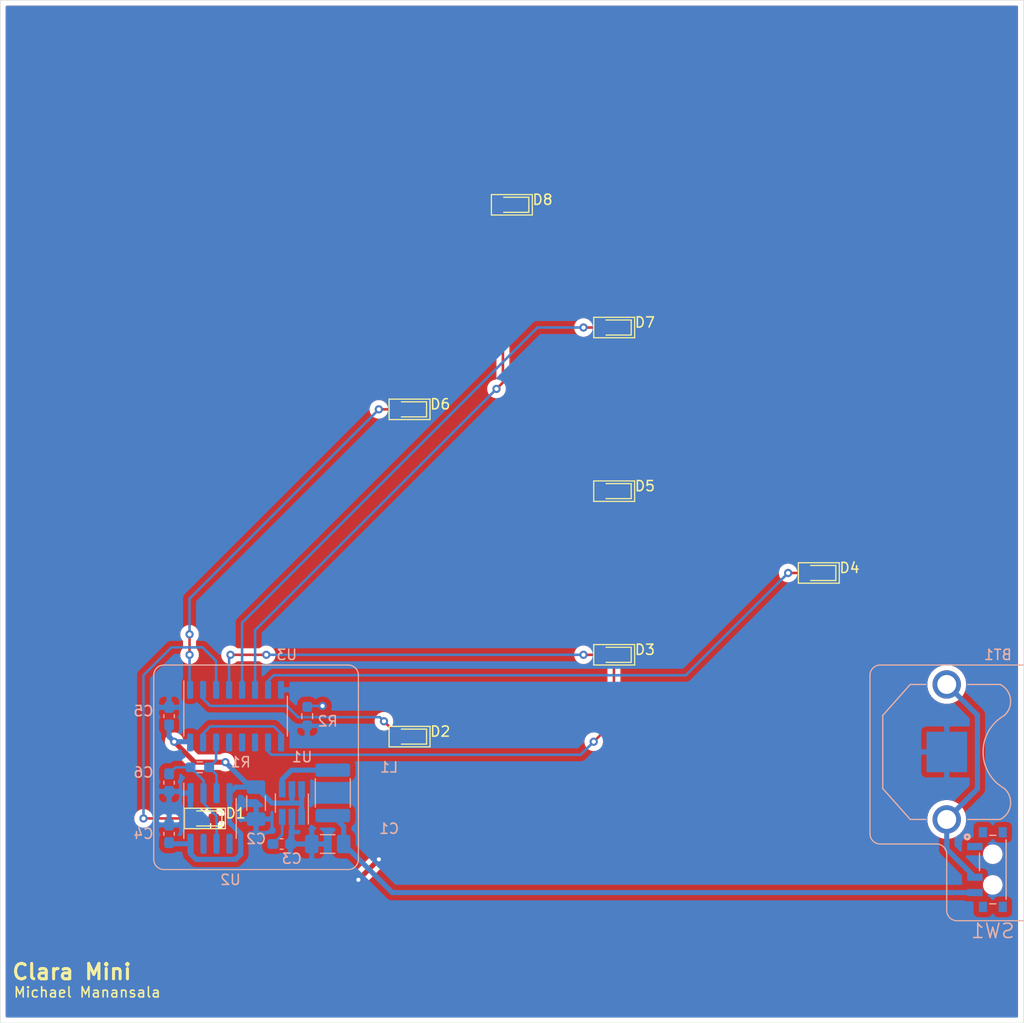
<source format=kicad_pcb>
(kicad_pcb (version 20171130) (host pcbnew "(5.1.10)-1")

  (general
    (thickness 1.6)
    (drawings 55)
    (tracks 125)
    (zones 0)
    (modules 22)
    (nets 19)
  )

  (page A4)
  (layers
    (0 F.Cu signal)
    (31 B.Cu signal)
    (32 B.Adhes user)
    (33 F.Adhes user)
    (34 B.Paste user)
    (35 F.Paste user)
    (36 B.SilkS user)
    (37 F.SilkS user)
    (38 B.Mask user)
    (39 F.Mask user)
    (40 Dwgs.User user)
    (41 Cmts.User user)
    (42 Eco1.User user)
    (43 Eco2.User user)
    (44 Edge.Cuts user)
    (45 Margin user)
    (46 B.CrtYd user)
    (47 F.CrtYd user)
    (48 B.Fab user)
    (49 F.Fab user)
  )

  (setup
    (last_trace_width 0.25)
    (trace_clearance 0.2)
    (zone_clearance 0.508)
    (zone_45_only no)
    (trace_min 0.2)
    (via_size 0.8)
    (via_drill 0.4)
    (via_min_size 0.4)
    (via_min_drill 0.3)
    (uvia_size 0.3)
    (uvia_drill 0.1)
    (uvias_allowed no)
    (uvia_min_size 0.2)
    (uvia_min_drill 0.1)
    (edge_width 0.05)
    (segment_width 0.2)
    (pcb_text_width 0.3)
    (pcb_text_size 1.5 1.5)
    (mod_edge_width 0.12)
    (mod_text_size 1 1)
    (mod_text_width 0.15)
    (pad_size 1.524 1.524)
    (pad_drill 0.762)
    (pad_to_mask_clearance 0)
    (aux_axis_origin 0 0)
    (grid_origin 50 150)
    (visible_elements 7FFFFFFF)
    (pcbplotparams
      (layerselection 0x010fc_ffffffff)
      (usegerberextensions true)
      (usegerberattributes false)
      (usegerberadvancedattributes false)
      (creategerberjobfile true)
      (excludeedgelayer true)
      (linewidth 0.100000)
      (plotframeref false)
      (viasonmask false)
      (mode 1)
      (useauxorigin false)
      (hpglpennumber 1)
      (hpglpenspeed 20)
      (hpglpendiameter 15.000000)
      (psnegative false)
      (psa4output false)
      (plotreference true)
      (plotvalue true)
      (plotinvisibletext false)
      (padsonsilk false)
      (subtractmaskfromsilk false)
      (outputformat 1)
      (mirror false)
      (drillshape 0)
      (scaleselection 1)
      (outputdirectory "gerbers"))
  )

  (net 0 "")
  (net 1 GND)
  (net 2 +3V3)
  (net 3 "Net-(C3-Pad1)")
  (net 4 "Net-(C6-Pad1)")
  (net 5 /LED1)
  (net 6 /LED2)
  (net 7 /LED3)
  (net 8 /LED4)
  (net 9 /LED5)
  (net 10 /LED6)
  (net 11 /LED7)
  (net 12 /LED8)
  (net 13 /CLK)
  (net 14 "Net-(U3-Pad15)")
  (net 15 +BATT)
  (net 16 +3V0)
  (net 17 /VL)
  (net 18 /V1)

  (net_class Default "This is the default net class."
    (clearance 0.2)
    (trace_width 0.25)
    (via_dia 0.8)
    (via_drill 0.4)
    (uvia_dia 0.3)
    (uvia_drill 0.1)
    (add_net /CLK)
    (add_net /LED1)
    (add_net /LED2)
    (add_net /LED3)
    (add_net /LED4)
    (add_net /LED5)
    (add_net /LED6)
    (add_net /LED7)
    (add_net /LED8)
    (add_net /V1)
    (add_net "Net-(C3-Pad1)")
    (add_net "Net-(C6-Pad1)")
    (add_net "Net-(U3-Pad15)")
  )

  (net_class Power ""
    (clearance 0.2)
    (trace_width 0.5)
    (via_dia 0.8)
    (via_drill 0.4)
    (uvia_dia 0.3)
    (uvia_drill 0.1)
    (add_net +3V0)
    (add_net +3V3)
    (add_net +BATT)
    (add_net /VL)
    (add_net GND)
  )

  (module mClara:BAT_BK-890 (layer B.Cu) (tedit 618CF4B8) (tstamp 618E4BFF)
    (at 142.5 123.5 90)
    (path /618E2B29)
    (fp_text reference BT1 (at 9.5 5) (layer B.SilkS)
      (effects (font (size 1 1) (thickness 0.15)) (justify mirror))
    )
    (fp_text value BK-890 (at 9.5 -4 180) (layer B.Fab)
      (effects (font (size 1 1) (thickness 0.15)) (justify mirror))
    )
    (fp_line (start 8.25 -1.64) (end 8.25 1.64) (layer B.CrtYd) (width 0.05))
    (fp_line (start 8.25 1.64) (end 6.85 1.64) (layer B.CrtYd) (width 0.05))
    (fp_line (start 6.85 -1.64) (end 8.25 -1.64) (layer B.CrtYd) (width 0.05))
    (fp_line (start -6.85 1.64) (end -8.25 1.64) (layer B.CrtYd) (width 0.05))
    (fp_line (start -8.25 -1.64) (end -6.85 -1.64) (layer B.CrtYd) (width 0.05))
    (fp_line (start -8.25 1.64) (end -8.25 -1.64) (layer B.CrtYd) (width 0.05))
    (fp_line (start 6.85 1.64) (end 6.85 6.5) (layer B.CrtYd) (width 0.05))
    (fp_line (start -6.85 6.5) (end -6.85 1.64) (layer B.CrtYd) (width 0.05))
    (fp_line (start 6.85 -6.5) (end 6.85 -1.64) (layer B.CrtYd) (width 0.05))
    (fp_line (start -6.85 -1.64) (end -6.85 -6.5) (layer B.CrtYd) (width 0.05))
    (fp_line (start -6.6 5.22) (end -6.6 2.055) (layer B.SilkS) (width 0.127))
    (fp_line (start 6.6 2.055) (end 6.6 5.22) (layer B.SilkS) (width 0.127))
    (fp_line (start 6.6 -3.565) (end 6.6 -2.055) (layer B.SilkS) (width 0.127))
    (fp_line (start 3.58 -6.25) (end 6.6 -3.565) (layer B.SilkS) (width 0.127))
    (fp_line (start -3.58 -6.25) (end 3.58 -6.25) (layer B.SilkS) (width 0.127))
    (fp_line (start -6.6 -3.565) (end -3.58 -6.25) (layer B.SilkS) (width 0.127))
    (fp_line (start -6.6 -2.055) (end -6.6 -3.565) (layer B.SilkS) (width 0.127))
    (fp_line (start -6.6 5.22) (end -6.6 0.785) (layer B.Fab) (width 0.127))
    (fp_line (start 6.6 0.785) (end 6.6 5.22) (layer B.Fab) (width 0.127))
    (fp_line (start 7.425 0.785) (end 6.6 0.785) (layer B.Fab) (width 0.127))
    (fp_line (start 7.425 -0.785) (end 7.425 0.785) (layer B.Fab) (width 0.127))
    (fp_line (start 6.6 -0.785) (end 7.425 -0.785) (layer B.Fab) (width 0.127))
    (fp_line (start 6.6 -3.565) (end 6.6 -0.785) (layer B.Fab) (width 0.127))
    (fp_line (start 3.58 -6.25) (end 6.6 -3.565) (layer B.Fab) (width 0.127))
    (fp_line (start -3.58 -6.25) (end 3.58 -6.25) (layer B.Fab) (width 0.127))
    (fp_line (start -6.6 -3.565) (end -3.58 -6.25) (layer B.Fab) (width 0.127))
    (fp_line (start -6.6 -0.785) (end -6.6 -3.565) (layer B.Fab) (width 0.127))
    (fp_line (start -7.425 -0.785) (end -6.6 -0.785) (layer B.Fab) (width 0.127))
    (fp_line (start -7.425 0.785) (end -7.425 -0.785) (layer B.Fab) (width 0.127))
    (fp_line (start -6.6 0.785) (end -7.425 0.785) (layer B.Fab) (width 0.127))
    (fp_line (start 6.85 6.5) (end -6.85 6.5) (layer B.CrtYd) (width 0.05))
    (fp_line (start -6.85 -6.5) (end 6.85 -6.5) (layer B.CrtYd) (width 0.05))
    (fp_arc (start 4.949242 4.400625) (end 3.55 5.6) (angle -113) (layer B.Fab) (width 0.127))
    (fp_arc (start 0 7.649593) (end -3.55 5.6) (angle 120) (layer B.Fab) (width 0.127))
    (fp_arc (start -4.949242 4.400625) (end -6.6 5.22) (angle -113) (layer B.Fab) (width 0.127))
    (fp_arc (start 4.949242 4.400625) (end 3.55 5.6) (angle -113) (layer B.SilkS) (width 0.127))
    (fp_arc (start 0 7.649593) (end -3.55 5.6) (angle 120) (layer B.SilkS) (width 0.127))
    (fp_arc (start -4.949242 4.400625) (end -6.6 5.22) (angle -113) (layer B.SilkS) (width 0.127))
    (pad - smd rect (at 0 0 90) (size 3.96 3.96) (layers B.Cu B.Mask)
      (net 1 GND))
    (pad S1+ thru_hole circle (at -6.6 0 90) (size 2.775 2.775) (drill 1.85) (layers *.Cu *.Mask)
      (net 15 +BATT))
    (pad S2+ thru_hole circle (at 6.6 0 90) (size 2.775 2.775) (drill 1.85) (layers *.Cu *.Mask)
      (net 15 +BATT))
  )

  (module LED_SMD:LED_0603_1608Metric_Pad1.05x0.95mm_HandSolder (layer F.Cu) (tedit 5F68FEF1) (tstamp 618D54EA)
    (at 110 114 180)
    (descr "LED SMD 0603 (1608 Metric), square (rectangular) end terminal, IPC_7351 nominal, (Body size source: http://www.tortai-tech.com/upload/download/2011102023233369053.pdf), generated with kicad-footprint-generator")
    (tags "LED handsolder")
    (path /6190B473)
    (attr smd)
    (fp_text reference D3 (at -3 0.5) (layer F.SilkS)
      (effects (font (size 1 1) (thickness 0.15)))
    )
    (fp_text value LED (at -3.5 -1) (layer F.Fab)
      (effects (font (size 1 1) (thickness 0.15)))
    )
    (fp_line (start 1.65 0.73) (end -1.65 0.73) (layer F.CrtYd) (width 0.05))
    (fp_line (start 1.65 -0.73) (end 1.65 0.73) (layer F.CrtYd) (width 0.05))
    (fp_line (start -1.65 -0.73) (end 1.65 -0.73) (layer F.CrtYd) (width 0.05))
    (fp_line (start -1.65 0.73) (end -1.65 -0.73) (layer F.CrtYd) (width 0.05))
    (fp_line (start -1.66 0.735) (end 0.8 0.735) (layer F.SilkS) (width 0.12))
    (fp_line (start -1.66 -0.735) (end -1.66 0.735) (layer F.SilkS) (width 0.12))
    (fp_line (start 0.8 -0.735) (end -1.66 -0.735) (layer F.SilkS) (width 0.12))
    (fp_line (start 0.8 0.4) (end 0.8 -0.4) (layer F.Fab) (width 0.1))
    (fp_line (start -0.8 0.4) (end 0.8 0.4) (layer F.Fab) (width 0.1))
    (fp_line (start -0.8 -0.1) (end -0.8 0.4) (layer F.Fab) (width 0.1))
    (fp_line (start -0.5 -0.4) (end -0.8 -0.1) (layer F.Fab) (width 0.1))
    (fp_line (start 0.8 -0.4) (end -0.5 -0.4) (layer F.Fab) (width 0.1))
    (fp_text user %R (at 0 0) (layer F.Fab)
      (effects (font (size 0.4 0.4) (thickness 0.06)))
    )
    (pad 2 smd roundrect (at 0.875 0 180) (size 1.05 0.95) (layers F.Cu F.Paste F.Mask) (roundrect_rratio 0.25)
      (net 7 /LED3))
    (pad 1 smd roundrect (at -0.875 0 180) (size 1.05 0.95) (layers F.Cu F.Paste F.Mask) (roundrect_rratio 0.25)
      (net 18 /V1))
    (model ${KISYS3DMOD}/LED_SMD.3dshapes/LED_0603_1608Metric.wrl
      (at (xyz 0 0 0))
      (scale (xyz 1 1 1))
      (rotate (xyz 0 0 0))
    )
  )

  (module Package_SO:SO-16_3.9x9.9mm_P1.27mm (layer B.Cu) (tedit 5E888720) (tstamp 618D55F6)
    (at 73 120 270)
    (descr "SO, 16 Pin (https://www.nxp.com/docs/en/package-information/SOT109-1.pdf), generated with kicad-footprint-generator ipc_gullwing_generator.py")
    (tags "SO SO")
    (path /618F9D2B)
    (attr smd)
    (fp_text reference U3 (at -6 -5) (layer B.SilkS)
      (effects (font (size 1 1) (thickness 0.15)) (justify mirror))
    )
    (fp_text value 74HC4017D,653 (at -4.5 0) (layer B.Fab)
      (effects (font (size 1 1) (thickness 0.15)) (justify mirror))
    )
    (fp_line (start 3.7 5.2) (end -3.7 5.2) (layer B.CrtYd) (width 0.05))
    (fp_line (start 3.7 -5.2) (end 3.7 5.2) (layer B.CrtYd) (width 0.05))
    (fp_line (start -3.7 -5.2) (end 3.7 -5.2) (layer B.CrtYd) (width 0.05))
    (fp_line (start -3.7 5.2) (end -3.7 -5.2) (layer B.CrtYd) (width 0.05))
    (fp_line (start -1.95 3.975) (end -0.975 4.95) (layer B.Fab) (width 0.1))
    (fp_line (start -1.95 -4.95) (end -1.95 3.975) (layer B.Fab) (width 0.1))
    (fp_line (start 1.95 -4.95) (end -1.95 -4.95) (layer B.Fab) (width 0.1))
    (fp_line (start 1.95 4.95) (end 1.95 -4.95) (layer B.Fab) (width 0.1))
    (fp_line (start -0.975 4.95) (end 1.95 4.95) (layer B.Fab) (width 0.1))
    (fp_line (start 0 5.06) (end -3.45 5.06) (layer B.SilkS) (width 0.12))
    (fp_line (start 0 5.06) (end 1.95 5.06) (layer B.SilkS) (width 0.12))
    (fp_line (start 0 -5.06) (end -1.95 -5.06) (layer B.SilkS) (width 0.12))
    (fp_line (start 0 -5.06) (end 1.95 -5.06) (layer B.SilkS) (width 0.12))
    (fp_text user %R (at 0 0 270) (layer B.Fab)
      (effects (font (size 0.98 0.98) (thickness 0.15)) (justify mirror))
    )
    (pad 16 smd roundrect (at 2.575 4.445 270) (size 1.75 0.6) (layers B.Cu B.Paste B.Mask) (roundrect_rratio 0.25)
      (net 2 +3V3))
    (pad 15 smd roundrect (at 2.575 3.175 270) (size 1.75 0.6) (layers B.Cu B.Paste B.Mask) (roundrect_rratio 0.25)
      (net 14 "Net-(U3-Pad15)"))
    (pad 14 smd roundrect (at 2.575 1.905 270) (size 1.75 0.6) (layers B.Cu B.Paste B.Mask) (roundrect_rratio 0.25)
      (net 13 /CLK))
    (pad 13 smd roundrect (at 2.575 0.635 270) (size 1.75 0.6) (layers B.Cu B.Paste B.Mask) (roundrect_rratio 0.25))
    (pad 12 smd roundrect (at 2.575 -0.635 270) (size 1.75 0.6) (layers B.Cu B.Paste B.Mask) (roundrect_rratio 0.25))
    (pad 11 smd roundrect (at 2.575 -1.905 270) (size 1.75 0.6) (layers B.Cu B.Paste B.Mask) (roundrect_rratio 0.25))
    (pad 10 smd roundrect (at 2.575 -3.175 270) (size 1.75 0.6) (layers B.Cu B.Paste B.Mask) (roundrect_rratio 0.25)
      (net 9 /LED5))
    (pad 9 smd roundrect (at 2.575 -4.445 270) (size 1.75 0.6) (layers B.Cu B.Paste B.Mask) (roundrect_rratio 0.25)
      (net 14 "Net-(U3-Pad15)"))
    (pad 8 smd roundrect (at -2.575 -4.445 270) (size 1.75 0.6) (layers B.Cu B.Paste B.Mask) (roundrect_rratio 0.25)
      (net 1 GND))
    (pad 7 smd roundrect (at -2.575 -3.175 270) (size 1.75 0.6) (layers B.Cu B.Paste B.Mask) (roundrect_rratio 0.25)
      (net 8 /LED4))
    (pad 6 smd roundrect (at -2.575 -1.905 270) (size 1.75 0.6) (layers B.Cu B.Paste B.Mask) (roundrect_rratio 0.25)
      (net 12 /LED8))
    (pad 5 smd roundrect (at -2.575 -0.635 270) (size 1.75 0.6) (layers B.Cu B.Paste B.Mask) (roundrect_rratio 0.25)
      (net 11 /LED7))
    (pad 4 smd roundrect (at -2.575 0.635 270) (size 1.75 0.6) (layers B.Cu B.Paste B.Mask) (roundrect_rratio 0.25)
      (net 7 /LED3))
    (pad 3 smd roundrect (at -2.575 1.905 270) (size 1.75 0.6) (layers B.Cu B.Paste B.Mask) (roundrect_rratio 0.25)
      (net 5 /LED1))
    (pad 2 smd roundrect (at -2.575 3.175 270) (size 1.75 0.6) (layers B.Cu B.Paste B.Mask) (roundrect_rratio 0.25)
      (net 6 /LED2))
    (pad 1 smd roundrect (at -2.575 4.445 270) (size 1.75 0.6) (layers B.Cu B.Paste B.Mask) (roundrect_rratio 0.25)
      (net 10 /LED6))
    (model ${KISYS3DMOD}/Package_SO.3dshapes/SO-16_3.9x9.9mm_P1.27mm.wrl
      (at (xyz 0 0 0))
      (scale (xyz 1 1 1))
      (rotate (xyz 0 0 0))
    )
  )

  (module Package_SO:SOIC-8_3.9x4.9mm_P1.27mm (layer B.Cu) (tedit 5D9F72B1) (tstamp 618D55D4)
    (at 70.5 130 270)
    (descr "SOIC, 8 Pin (JEDEC MS-012AA, https://www.analog.com/media/en/package-pcb-resources/package/pkg_pdf/soic_narrow-r/r_8.pdf), generated with kicad-footprint-generator ipc_gullwing_generator.py")
    (tags "SOIC SO")
    (path /618E59B8)
    (attr smd)
    (fp_text reference U2 (at 6 -2) (layer B.SilkS)
      (effects (font (size 1 1) (thickness 0.15)) (justify mirror))
    )
    (fp_text value LM555xM (at 7.5 0.5) (layer B.Fab)
      (effects (font (size 1 1) (thickness 0.15)) (justify mirror))
    )
    (fp_line (start 3.7 2.7) (end -3.7 2.7) (layer B.CrtYd) (width 0.05))
    (fp_line (start 3.7 -2.7) (end 3.7 2.7) (layer B.CrtYd) (width 0.05))
    (fp_line (start -3.7 -2.7) (end 3.7 -2.7) (layer B.CrtYd) (width 0.05))
    (fp_line (start -3.7 2.7) (end -3.7 -2.7) (layer B.CrtYd) (width 0.05))
    (fp_line (start -1.95 1.475) (end -0.975 2.45) (layer B.Fab) (width 0.1))
    (fp_line (start -1.95 -2.45) (end -1.95 1.475) (layer B.Fab) (width 0.1))
    (fp_line (start 1.95 -2.45) (end -1.95 -2.45) (layer B.Fab) (width 0.1))
    (fp_line (start 1.95 2.45) (end 1.95 -2.45) (layer B.Fab) (width 0.1))
    (fp_line (start -0.975 2.45) (end 1.95 2.45) (layer B.Fab) (width 0.1))
    (fp_line (start 0 2.56) (end -3.45 2.56) (layer B.SilkS) (width 0.12))
    (fp_line (start 0 2.56) (end 1.95 2.56) (layer B.SilkS) (width 0.12))
    (fp_line (start 0 -2.56) (end -1.95 -2.56) (layer B.SilkS) (width 0.12))
    (fp_line (start 0 -2.56) (end 1.95 -2.56) (layer B.SilkS) (width 0.12))
    (fp_text user %R (at 0 0 270) (layer B.Fab)
      (effects (font (size 0.98 0.98) (thickness 0.15)) (justify mirror))
    )
    (pad 8 smd roundrect (at 2.475 1.905 270) (size 1.95 0.6) (layers B.Cu B.Paste B.Mask) (roundrect_rratio 0.25)
      (net 2 +3V3))
    (pad 7 smd roundrect (at 2.475 0.635 270) (size 1.95 0.6) (layers B.Cu B.Paste B.Mask) (roundrect_rratio 0.25))
    (pad 6 smd roundrect (at 2.475 -0.635 270) (size 1.95 0.6) (layers B.Cu B.Paste B.Mask) (roundrect_rratio 0.25)
      (net 4 "Net-(C6-Pad1)"))
    (pad 5 smd roundrect (at 2.475 -1.905 270) (size 1.95 0.6) (layers B.Cu B.Paste B.Mask) (roundrect_rratio 0.25))
    (pad 4 smd roundrect (at -2.475 -1.905 270) (size 1.95 0.6) (layers B.Cu B.Paste B.Mask) (roundrect_rratio 0.25)
      (net 2 +3V3))
    (pad 3 smd roundrect (at -2.475 -0.635 270) (size 1.95 0.6) (layers B.Cu B.Paste B.Mask) (roundrect_rratio 0.25)
      (net 13 /CLK))
    (pad 2 smd roundrect (at -2.475 0.635 270) (size 1.95 0.6) (layers B.Cu B.Paste B.Mask) (roundrect_rratio 0.25)
      (net 4 "Net-(C6-Pad1)"))
    (pad 1 smd roundrect (at -2.475 1.905 270) (size 1.95 0.6) (layers B.Cu B.Paste B.Mask) (roundrect_rratio 0.25)
      (net 1 GND))
    (model ${KISYS3DMOD}/Package_SO.3dshapes/SOIC-8_3.9x4.9mm_P1.27mm.wrl
      (at (xyz 0 0 0))
      (scale (xyz 1 1 1))
      (rotate (xyz 0 0 0))
    )
  )

  (module Package_TO_SOT_SMD:SOT-23-6_Handsoldering (layer B.Cu) (tedit 5A02FF57) (tstamp 618D55BA)
    (at 78.5 128.5 90)
    (descr "6-pin SOT-23 package, Handsoldering")
    (tags "SOT-23-6 Handsoldering")
    (path /618CF1A2)
    (attr smd)
    (fp_text reference U1 (at 4.5 1 180) (layer B.SilkS)
      (effects (font (size 1 1) (thickness 0.15)) (justify mirror))
    )
    (fp_text value AP1603WG-7 (at 3 1 180) (layer B.Fab)
      (effects (font (size 1 1) (thickness 0.15)) (justify mirror))
    )
    (fp_line (start -0.9 -1.61) (end 0.9 -1.61) (layer B.SilkS) (width 0.12))
    (fp_line (start 0.9 1.61) (end -2.05 1.61) (layer B.SilkS) (width 0.12))
    (fp_line (start -2.4 -1.8) (end -2.4 1.8) (layer B.CrtYd) (width 0.05))
    (fp_line (start 2.4 -1.8) (end -2.4 -1.8) (layer B.CrtYd) (width 0.05))
    (fp_line (start 2.4 1.8) (end 2.4 -1.8) (layer B.CrtYd) (width 0.05))
    (fp_line (start -2.4 1.8) (end 2.4 1.8) (layer B.CrtYd) (width 0.05))
    (fp_line (start -0.9 0.9) (end -0.25 1.55) (layer B.Fab) (width 0.1))
    (fp_line (start 0.9 1.55) (end -0.25 1.55) (layer B.Fab) (width 0.1))
    (fp_line (start -0.9 0.9) (end -0.9 -1.55) (layer B.Fab) (width 0.1))
    (fp_line (start 0.9 -1.55) (end -0.9 -1.55) (layer B.Fab) (width 0.1))
    (fp_line (start 0.9 1.55) (end 0.9 -1.55) (layer B.Fab) (width 0.1))
    (fp_text user %R (at 0 0 180) (layer B.Fab)
      (effects (font (size 0.5 0.5) (thickness 0.075)) (justify mirror))
    )
    (pad 1 smd rect (at -1.35 0.95 90) (size 1.56 0.65) (layers B.Cu B.Paste B.Mask)
      (net 2 +3V3))
    (pad 2 smd rect (at -1.35 0 90) (size 1.56 0.65) (layers B.Cu B.Paste B.Mask)
      (net 1 GND))
    (pad 3 smd rect (at -1.35 -0.95 90) (size 1.56 0.65) (layers B.Cu B.Paste B.Mask)
      (net 3 "Net-(C3-Pad1)"))
    (pad 4 smd rect (at 1.35 -0.95 90) (size 1.56 0.65) (layers B.Cu B.Paste B.Mask)
      (net 17 /VL))
    (pad 6 smd rect (at 1.35 0.95 90) (size 1.56 0.65) (layers B.Cu B.Paste B.Mask)
      (net 2 +3V3))
    (pad 5 smd rect (at 1.35 0 90) (size 1.56 0.65) (layers B.Cu B.Paste B.Mask)
      (net 2 +3V3))
    (model ${KISYS3DMOD}/Package_TO_SOT_SMD.3dshapes/SOT-23-6.wrl
      (at (xyz 0 0 0))
      (scale (xyz 1 1 1))
      (rotate (xyz 0 0 0))
    )
  )

  (module mClara:SW_PCM12SMTR (layer B.Cu) (tedit 618CF2AC) (tstamp 618D55A4)
    (at 147 135 270)
    (path /618CAB46)
    (fp_text reference SW1 (at 6 0 180) (layer B.SilkS)
      (effects (font (size 1.4 1.4) (thickness 0.15)) (justify mirror))
    )
    (fp_text value SW_SPDT (at 8 2.5 180) (layer B.Fab)
      (effects (font (size 1.4 1.4) (thickness 0.15)) (justify mirror))
    )
    (fp_circle (center -3.2 2.5) (end -3.1 2.5) (layer B.Fab) (width 0.25))
    (fp_circle (center -3.2 2.5) (end -3.1 2.5) (layer B.SilkS) (width 0.25))
    (fp_line (start 2.85 1.615) (end 4.4 1.615) (layer B.CrtYd) (width 0.05))
    (fp_line (start 2.85 2.75) (end 2.85 1.615) (layer B.CrtYd) (width 0.05))
    (fp_line (start -2.85 1.615) (end -2.85 2.75) (layer B.CrtYd) (width 0.05))
    (fp_line (start -4.4 1.615) (end -2.85 1.615) (layer B.CrtYd) (width 0.05))
    (fp_line (start -4.4 -1.615) (end -4.4 1.615) (layer B.CrtYd) (width 0.05))
    (fp_line (start -1.75 -1.615) (end -4.4 -1.615) (layer B.CrtYd) (width 0.05))
    (fp_line (start -1.75 -3.05) (end -1.75 -1.615) (layer B.CrtYd) (width 0.05))
    (fp_line (start 1.75 -3.05) (end -1.75 -3.05) (layer B.CrtYd) (width 0.05))
    (fp_line (start 1.75 -1.615) (end 1.75 -3.05) (layer B.CrtYd) (width 0.05))
    (fp_line (start 4.4 -1.615) (end 1.75 -1.615) (layer B.CrtYd) (width 0.05))
    (fp_line (start 4.4 1.615) (end 4.4 -1.615) (layer B.CrtYd) (width 0.05))
    (fp_line (start -2.85 2.75) (end 2.85 2.75) (layer B.CrtYd) (width 0.05))
    (fp_line (start 3.35 0.3) (end 3.35 -0.3) (layer B.SilkS) (width 0.127))
    (fp_line (start -3.35 -0.3) (end -3.35 0.3) (layer B.SilkS) (width 0.127))
    (fp_line (start -2.9 -1.3) (end 2.9 -1.3) (layer B.SilkS) (width 0.127))
    (fp_line (start -1.6 1.3) (end 0.1 1.3) (layer B.SilkS) (width 0.127))
    (fp_line (start 1.5 -2.8) (end 1.5 -1.3) (layer B.Fab) (width 0.127))
    (fp_line (start -1.5 -2.8) (end 1.5 -2.8) (layer B.Fab) (width 0.127))
    (fp_line (start -1.5 -1.3) (end -1.5 -2.8) (layer B.Fab) (width 0.127))
    (fp_line (start -3.35 -1.3) (end -3.35 1.3) (layer B.Fab) (width 0.127))
    (fp_line (start -1.5 -1.3) (end -3.35 -1.3) (layer B.Fab) (width 0.127))
    (fp_line (start 1.5 -1.3) (end -1.5 -1.3) (layer B.Fab) (width 0.127))
    (fp_line (start 3.35 -1.3) (end 1.5 -1.3) (layer B.Fab) (width 0.127))
    (fp_line (start 3.35 1.3) (end 3.35 -1.3) (layer B.Fab) (width 0.127))
    (fp_line (start -3.35 1.3) (end 3.35 1.3) (layer B.Fab) (width 0.127))
    (pad None np_thru_hole circle (at -1.5 0 270) (size 0.9 0.9) (drill 0.9) (layers *.Cu *.Mask))
    (pad None np_thru_hole circle (at 1.5 0 270) (size 0.9 0.9) (drill 0.9) (layers *.Cu *.Mask))
    (pad 2 smd rect (at 0.75 1.75 270) (size 0.7 1.5) (layers B.Cu B.Paste B.Mask)
      (net 15 +BATT))
    (pad 1 smd rect (at -2.25 1.75 270) (size 0.7 1.5) (layers B.Cu B.Paste B.Mask))
    (pad 3 smd rect (at 2.25 1.75 270) (size 0.7 1.5) (layers B.Cu B.Paste B.Mask)
      (net 16 +3V0))
    (pad S2 smd rect (at -3.65 -0.965 270) (size 1 0.8) (layers B.Cu B.Paste B.Mask))
    (pad S3 smd rect (at 3.65 -0.965 270) (size 1 0.8) (layers B.Cu B.Paste B.Mask))
    (pad S1 smd rect (at -3.65 0.965 270) (size 1 0.8) (layers B.Cu B.Paste B.Mask))
    (pad S4 smd rect (at 3.65 0.965 270) (size 1 0.8) (layers B.Cu B.Paste B.Mask))
  )

  (module Resistor_SMD:R_0603_1608Metric_Pad0.98x0.95mm_HandSolder (layer B.Cu) (tedit 5F68FEEE) (tstamp 618D557C)
    (at 80 120 270)
    (descr "Resistor SMD 0603 (1608 Metric), square (rectangular) end terminal, IPC_7351 nominal with elongated pad for handsoldering. (Body size source: IPC-SM-782 page 72, https://www.pcb-3d.com/wordpress/wp-content/uploads/ipc-sm-782a_amendment_1_and_2.pdf), generated with kicad-footprint-generator")
    (tags "resistor handsolder")
    (path /61918782)
    (attr smd)
    (fp_text reference R2 (at 0.5 -2 180) (layer B.SilkS)
      (effects (font (size 1 1) (thickness 0.15)) (justify mirror))
    )
    (fp_text value 1k (at 2 -2 180) (layer B.Fab)
      (effects (font (size 1 1) (thickness 0.15)) (justify mirror))
    )
    (fp_line (start 1.65 -0.73) (end -1.65 -0.73) (layer B.CrtYd) (width 0.05))
    (fp_line (start 1.65 0.73) (end 1.65 -0.73) (layer B.CrtYd) (width 0.05))
    (fp_line (start -1.65 0.73) (end 1.65 0.73) (layer B.CrtYd) (width 0.05))
    (fp_line (start -1.65 -0.73) (end -1.65 0.73) (layer B.CrtYd) (width 0.05))
    (fp_line (start -0.254724 -0.5225) (end 0.254724 -0.5225) (layer B.SilkS) (width 0.12))
    (fp_line (start -0.254724 0.5225) (end 0.254724 0.5225) (layer B.SilkS) (width 0.12))
    (fp_line (start 0.8 -0.4125) (end -0.8 -0.4125) (layer B.Fab) (width 0.1))
    (fp_line (start 0.8 0.4125) (end 0.8 -0.4125) (layer B.Fab) (width 0.1))
    (fp_line (start -0.8 0.4125) (end 0.8 0.4125) (layer B.Fab) (width 0.1))
    (fp_line (start -0.8 -0.4125) (end -0.8 0.4125) (layer B.Fab) (width 0.1))
    (fp_text user %R (at 0 0 90) (layer B.Fab)
      (effects (font (size 0.4 0.4) (thickness 0.06)) (justify mirror))
    )
    (pad 2 smd roundrect (at 0.9125 0 270) (size 0.975 0.95) (layers B.Cu B.Paste B.Mask) (roundrect_rratio 0.25)
      (net 1 GND))
    (pad 1 smd roundrect (at -0.9125 0 270) (size 0.975 0.95) (layers B.Cu B.Paste B.Mask) (roundrect_rratio 0.25)
      (net 18 /V1))
    (model ${KISYS3DMOD}/Resistor_SMD.3dshapes/R_0603_1608Metric.wrl
      (at (xyz 0 0 0))
      (scale (xyz 1 1 1))
      (rotate (xyz 0 0 0))
    )
  )

  (module Resistor_SMD:R_0603_1608Metric_Pad0.98x0.95mm_HandSolder (layer B.Cu) (tedit 5F68FEEE) (tstamp 618D556B)
    (at 69.5 125 180)
    (descr "Resistor SMD 0603 (1608 Metric), square (rectangular) end terminal, IPC_7351 nominal with elongated pad for handsoldering. (Body size source: IPC-SM-782 page 72, https://www.pcb-3d.com/wordpress/wp-content/uploads/ipc-sm-782a_amendment_1_and_2.pdf), generated with kicad-footprint-generator")
    (tags "resistor handsolder")
    (path /618E90F9)
    (attr smd)
    (fp_text reference R1 (at -4 0.5) (layer B.SilkS)
      (effects (font (size 1 1) (thickness 0.15)) (justify mirror))
    )
    (fp_text value 180k (at -3.5 -1) (layer B.Fab)
      (effects (font (size 1 1) (thickness 0.15)) (justify mirror))
    )
    (fp_line (start 1.65 -0.73) (end -1.65 -0.73) (layer B.CrtYd) (width 0.05))
    (fp_line (start 1.65 0.73) (end 1.65 -0.73) (layer B.CrtYd) (width 0.05))
    (fp_line (start -1.65 0.73) (end 1.65 0.73) (layer B.CrtYd) (width 0.05))
    (fp_line (start -1.65 -0.73) (end -1.65 0.73) (layer B.CrtYd) (width 0.05))
    (fp_line (start -0.254724 -0.5225) (end 0.254724 -0.5225) (layer B.SilkS) (width 0.12))
    (fp_line (start -0.254724 0.5225) (end 0.254724 0.5225) (layer B.SilkS) (width 0.12))
    (fp_line (start 0.8 -0.4125) (end -0.8 -0.4125) (layer B.Fab) (width 0.1))
    (fp_line (start 0.8 0.4125) (end 0.8 -0.4125) (layer B.Fab) (width 0.1))
    (fp_line (start -0.8 0.4125) (end 0.8 0.4125) (layer B.Fab) (width 0.1))
    (fp_line (start -0.8 -0.4125) (end -0.8 0.4125) (layer B.Fab) (width 0.1))
    (fp_text user %R (at 0 0) (layer B.Fab)
      (effects (font (size 0.4 0.4) (thickness 0.06)) (justify mirror))
    )
    (pad 2 smd roundrect (at 0.9125 0 180) (size 0.975 0.95) (layers B.Cu B.Paste B.Mask) (roundrect_rratio 0.25)
      (net 4 "Net-(C6-Pad1)"))
    (pad 1 smd roundrect (at -0.9125 0 180) (size 0.975 0.95) (layers B.Cu B.Paste B.Mask) (roundrect_rratio 0.25)
      (net 13 /CLK))
    (model ${KISYS3DMOD}/Resistor_SMD.3dshapes/R_0603_1608Metric.wrl
      (at (xyz 0 0 0))
      (scale (xyz 1 1 1))
      (rotate (xyz 0 0 0))
    )
  )

  (module Inductor_SMD:L_1812_4532Metric_Pad1.30x3.40mm_HandSolder (layer B.Cu) (tedit 5F68FEF0) (tstamp 618D555A)
    (at 82.5 127.5 90)
    (descr "Inductor SMD 1812 (4532 Metric), square (rectangular) end terminal, IPC_7351 nominal with elongated pad for handsoldering. (Body size source: https://www.nikhef.nl/pub/departments/mt/projects/detectorR_D/dtddice/ERJ2G.pdf), generated with kicad-footprint-generator")
    (tags "inductor handsolder")
    (path /618D0707)
    (attr smd)
    (fp_text reference L1 (at 2.5 5.5 180) (layer B.SilkS)
      (effects (font (size 1 1) (thickness 0.15)) (justify mirror))
    )
    (fp_text value 22uH (at 1 4.5 180) (layer B.Fab)
      (effects (font (size 1 1) (thickness 0.15)) (justify mirror))
    )
    (fp_line (start 3.12 -1.95) (end -3.12 -1.95) (layer B.CrtYd) (width 0.05))
    (fp_line (start 3.12 1.95) (end 3.12 -1.95) (layer B.CrtYd) (width 0.05))
    (fp_line (start -3.12 1.95) (end 3.12 1.95) (layer B.CrtYd) (width 0.05))
    (fp_line (start -3.12 -1.95) (end -3.12 1.95) (layer B.CrtYd) (width 0.05))
    (fp_line (start -1.386252 -1.71) (end 1.386252 -1.71) (layer B.SilkS) (width 0.12))
    (fp_line (start -1.386252 1.71) (end 1.386252 1.71) (layer B.SilkS) (width 0.12))
    (fp_line (start 2.25 -1.6) (end -2.25 -1.6) (layer B.Fab) (width 0.1))
    (fp_line (start 2.25 1.6) (end 2.25 -1.6) (layer B.Fab) (width 0.1))
    (fp_line (start -2.25 1.6) (end 2.25 1.6) (layer B.Fab) (width 0.1))
    (fp_line (start -2.25 -1.6) (end -2.25 1.6) (layer B.Fab) (width 0.1))
    (fp_text user %R (at 0 0 90) (layer B.Fab)
      (effects (font (size 1 1) (thickness 0.15)) (justify mirror))
    )
    (pad 2 smd roundrect (at 2.225 0 90) (size 1.3 3.4) (layers B.Cu B.Paste B.Mask) (roundrect_rratio 0.1923076923076923)
      (net 17 /VL))
    (pad 1 smd roundrect (at -2.225 0 90) (size 1.3 3.4) (layers B.Cu B.Paste B.Mask) (roundrect_rratio 0.1923076923076923)
      (net 16 +3V0))
    (model ${KISYS3DMOD}/Inductor_SMD.3dshapes/L_1812_4532Metric.wrl
      (at (xyz 0 0 0))
      (scale (xyz 1 1 1))
      (rotate (xyz 0 0 0))
    )
  )

  (module LED_SMD:LED_0603_1608Metric_Pad1.05x0.95mm_HandSolder (layer F.Cu) (tedit 5F68FEF1) (tstamp 618D5549)
    (at 100 70 180)
    (descr "LED SMD 0603 (1608 Metric), square (rectangular) end terminal, IPC_7351 nominal, (Body size source: http://www.tortai-tech.com/upload/download/2011102023233369053.pdf), generated with kicad-footprint-generator")
    (tags "LED handsolder")
    (path /61916672)
    (attr smd)
    (fp_text reference D8 (at -3 0.5) (layer F.SilkS)
      (effects (font (size 1 1) (thickness 0.15)))
    )
    (fp_text value LED (at -3.5 -1) (layer F.Fab)
      (effects (font (size 1 1) (thickness 0.15)))
    )
    (fp_line (start 1.65 0.73) (end -1.65 0.73) (layer F.CrtYd) (width 0.05))
    (fp_line (start 1.65 -0.73) (end 1.65 0.73) (layer F.CrtYd) (width 0.05))
    (fp_line (start -1.65 -0.73) (end 1.65 -0.73) (layer F.CrtYd) (width 0.05))
    (fp_line (start -1.65 0.73) (end -1.65 -0.73) (layer F.CrtYd) (width 0.05))
    (fp_line (start -1.66 0.735) (end 0.8 0.735) (layer F.SilkS) (width 0.12))
    (fp_line (start -1.66 -0.735) (end -1.66 0.735) (layer F.SilkS) (width 0.12))
    (fp_line (start 0.8 -0.735) (end -1.66 -0.735) (layer F.SilkS) (width 0.12))
    (fp_line (start 0.8 0.4) (end 0.8 -0.4) (layer F.Fab) (width 0.1))
    (fp_line (start -0.8 0.4) (end 0.8 0.4) (layer F.Fab) (width 0.1))
    (fp_line (start -0.8 -0.1) (end -0.8 0.4) (layer F.Fab) (width 0.1))
    (fp_line (start -0.5 -0.4) (end -0.8 -0.1) (layer F.Fab) (width 0.1))
    (fp_line (start 0.8 -0.4) (end -0.5 -0.4) (layer F.Fab) (width 0.1))
    (fp_text user %R (at 0 0) (layer F.Fab)
      (effects (font (size 0.4 0.4) (thickness 0.06)))
    )
    (pad 2 smd roundrect (at 0.875 0 180) (size 1.05 0.95) (layers F.Cu F.Paste F.Mask) (roundrect_rratio 0.25)
      (net 12 /LED8))
    (pad 1 smd roundrect (at -0.875 0 180) (size 1.05 0.95) (layers F.Cu F.Paste F.Mask) (roundrect_rratio 0.25)
      (net 18 /V1))
    (model ${KISYS3DMOD}/LED_SMD.3dshapes/LED_0603_1608Metric.wrl
      (at (xyz 0 0 0))
      (scale (xyz 1 1 1))
      (rotate (xyz 0 0 0))
    )
  )

  (module LED_SMD:LED_0603_1608Metric_Pad1.05x0.95mm_HandSolder (layer F.Cu) (tedit 5F68FEF1) (tstamp 618D5536)
    (at 110 82 180)
    (descr "LED SMD 0603 (1608 Metric), square (rectangular) end terminal, IPC_7351 nominal, (Body size source: http://www.tortai-tech.com/upload/download/2011102023233369053.pdf), generated with kicad-footprint-generator")
    (tags "LED handsolder")
    (path /61916396)
    (attr smd)
    (fp_text reference D7 (at -3 0.5) (layer F.SilkS)
      (effects (font (size 1 1) (thickness 0.15)))
    )
    (fp_text value LED (at -3.5 -1) (layer F.Fab)
      (effects (font (size 1 1) (thickness 0.15)))
    )
    (fp_line (start 1.65 0.73) (end -1.65 0.73) (layer F.CrtYd) (width 0.05))
    (fp_line (start 1.65 -0.73) (end 1.65 0.73) (layer F.CrtYd) (width 0.05))
    (fp_line (start -1.65 -0.73) (end 1.65 -0.73) (layer F.CrtYd) (width 0.05))
    (fp_line (start -1.65 0.73) (end -1.65 -0.73) (layer F.CrtYd) (width 0.05))
    (fp_line (start -1.66 0.735) (end 0.8 0.735) (layer F.SilkS) (width 0.12))
    (fp_line (start -1.66 -0.735) (end -1.66 0.735) (layer F.SilkS) (width 0.12))
    (fp_line (start 0.8 -0.735) (end -1.66 -0.735) (layer F.SilkS) (width 0.12))
    (fp_line (start 0.8 0.4) (end 0.8 -0.4) (layer F.Fab) (width 0.1))
    (fp_line (start -0.8 0.4) (end 0.8 0.4) (layer F.Fab) (width 0.1))
    (fp_line (start -0.8 -0.1) (end -0.8 0.4) (layer F.Fab) (width 0.1))
    (fp_line (start -0.5 -0.4) (end -0.8 -0.1) (layer F.Fab) (width 0.1))
    (fp_line (start 0.8 -0.4) (end -0.5 -0.4) (layer F.Fab) (width 0.1))
    (fp_text user %R (at 0 0) (layer F.Fab)
      (effects (font (size 0.4 0.4) (thickness 0.06)))
    )
    (pad 2 smd roundrect (at 0.875 0 180) (size 1.05 0.95) (layers F.Cu F.Paste F.Mask) (roundrect_rratio 0.25)
      (net 11 /LED7))
    (pad 1 smd roundrect (at -0.875 0 180) (size 1.05 0.95) (layers F.Cu F.Paste F.Mask) (roundrect_rratio 0.25)
      (net 18 /V1))
    (model ${KISYS3DMOD}/LED_SMD.3dshapes/LED_0603_1608Metric.wrl
      (at (xyz 0 0 0))
      (scale (xyz 1 1 1))
      (rotate (xyz 0 0 0))
    )
  )

  (module LED_SMD:LED_0603_1608Metric_Pad1.05x0.95mm_HandSolder (layer F.Cu) (tedit 5F68FEF1) (tstamp 618D5523)
    (at 90 90 180)
    (descr "LED SMD 0603 (1608 Metric), square (rectangular) end terminal, IPC_7351 nominal, (Body size source: http://www.tortai-tech.com/upload/download/2011102023233369053.pdf), generated with kicad-footprint-generator")
    (tags "LED handsolder")
    (path /61916046)
    (attr smd)
    (fp_text reference D6 (at -3 0.5) (layer F.SilkS)
      (effects (font (size 1 1) (thickness 0.15)))
    )
    (fp_text value LED (at -3.5 -1) (layer F.Fab)
      (effects (font (size 1 1) (thickness 0.15)))
    )
    (fp_line (start 1.65 0.73) (end -1.65 0.73) (layer F.CrtYd) (width 0.05))
    (fp_line (start 1.65 -0.73) (end 1.65 0.73) (layer F.CrtYd) (width 0.05))
    (fp_line (start -1.65 -0.73) (end 1.65 -0.73) (layer F.CrtYd) (width 0.05))
    (fp_line (start -1.65 0.73) (end -1.65 -0.73) (layer F.CrtYd) (width 0.05))
    (fp_line (start -1.66 0.735) (end 0.8 0.735) (layer F.SilkS) (width 0.12))
    (fp_line (start -1.66 -0.735) (end -1.66 0.735) (layer F.SilkS) (width 0.12))
    (fp_line (start 0.8 -0.735) (end -1.66 -0.735) (layer F.SilkS) (width 0.12))
    (fp_line (start 0.8 0.4) (end 0.8 -0.4) (layer F.Fab) (width 0.1))
    (fp_line (start -0.8 0.4) (end 0.8 0.4) (layer F.Fab) (width 0.1))
    (fp_line (start -0.8 -0.1) (end -0.8 0.4) (layer F.Fab) (width 0.1))
    (fp_line (start -0.5 -0.4) (end -0.8 -0.1) (layer F.Fab) (width 0.1))
    (fp_line (start 0.8 -0.4) (end -0.5 -0.4) (layer F.Fab) (width 0.1))
    (fp_text user %R (at 0 0) (layer F.Fab)
      (effects (font (size 0.4 0.4) (thickness 0.06)))
    )
    (pad 2 smd roundrect (at 0.875 0 180) (size 1.05 0.95) (layers F.Cu F.Paste F.Mask) (roundrect_rratio 0.25)
      (net 10 /LED6))
    (pad 1 smd roundrect (at -0.875 0 180) (size 1.05 0.95) (layers F.Cu F.Paste F.Mask) (roundrect_rratio 0.25)
      (net 18 /V1))
    (model ${KISYS3DMOD}/LED_SMD.3dshapes/LED_0603_1608Metric.wrl
      (at (xyz 0 0 0))
      (scale (xyz 1 1 1))
      (rotate (xyz 0 0 0))
    )
  )

  (module LED_SMD:LED_0603_1608Metric_Pad1.05x0.95mm_HandSolder (layer F.Cu) (tedit 5F68FEF1) (tstamp 618D5510)
    (at 110 98 180)
    (descr "LED SMD 0603 (1608 Metric), square (rectangular) end terminal, IPC_7351 nominal, (Body size source: http://www.tortai-tech.com/upload/download/2011102023233369053.pdf), generated with kicad-footprint-generator")
    (tags "LED handsolder")
    (path /6190BDC4)
    (attr smd)
    (fp_text reference D5 (at -3 0.5) (layer F.SilkS)
      (effects (font (size 1 1) (thickness 0.15)))
    )
    (fp_text value LED (at -3.5 -1) (layer F.Fab)
      (effects (font (size 1 1) (thickness 0.15)))
    )
    (fp_line (start 1.65 0.73) (end -1.65 0.73) (layer F.CrtYd) (width 0.05))
    (fp_line (start 1.65 -0.73) (end 1.65 0.73) (layer F.CrtYd) (width 0.05))
    (fp_line (start -1.65 -0.73) (end 1.65 -0.73) (layer F.CrtYd) (width 0.05))
    (fp_line (start -1.65 0.73) (end -1.65 -0.73) (layer F.CrtYd) (width 0.05))
    (fp_line (start -1.66 0.735) (end 0.8 0.735) (layer F.SilkS) (width 0.12))
    (fp_line (start -1.66 -0.735) (end -1.66 0.735) (layer F.SilkS) (width 0.12))
    (fp_line (start 0.8 -0.735) (end -1.66 -0.735) (layer F.SilkS) (width 0.12))
    (fp_line (start 0.8 0.4) (end 0.8 -0.4) (layer F.Fab) (width 0.1))
    (fp_line (start -0.8 0.4) (end 0.8 0.4) (layer F.Fab) (width 0.1))
    (fp_line (start -0.8 -0.1) (end -0.8 0.4) (layer F.Fab) (width 0.1))
    (fp_line (start -0.5 -0.4) (end -0.8 -0.1) (layer F.Fab) (width 0.1))
    (fp_line (start 0.8 -0.4) (end -0.5 -0.4) (layer F.Fab) (width 0.1))
    (fp_text user %R (at 0 0) (layer F.Fab)
      (effects (font (size 0.4 0.4) (thickness 0.06)))
    )
    (pad 2 smd roundrect (at 0.875 0 180) (size 1.05 0.95) (layers F.Cu F.Paste F.Mask) (roundrect_rratio 0.25)
      (net 9 /LED5))
    (pad 1 smd roundrect (at -0.875 0 180) (size 1.05 0.95) (layers F.Cu F.Paste F.Mask) (roundrect_rratio 0.25)
      (net 18 /V1))
    (model ${KISYS3DMOD}/LED_SMD.3dshapes/LED_0603_1608Metric.wrl
      (at (xyz 0 0 0))
      (scale (xyz 1 1 1))
      (rotate (xyz 0 0 0))
    )
  )

  (module LED_SMD:LED_0603_1608Metric_Pad1.05x0.95mm_HandSolder (layer F.Cu) (tedit 5F68FEF1) (tstamp 618D54FD)
    (at 130 106 180)
    (descr "LED SMD 0603 (1608 Metric), square (rectangular) end terminal, IPC_7351 nominal, (Body size source: http://www.tortai-tech.com/upload/download/2011102023233369053.pdf), generated with kicad-footprint-generator")
    (tags "LED handsolder")
    (path /6190B908)
    (attr smd)
    (fp_text reference D4 (at -3 0.5) (layer F.SilkS)
      (effects (font (size 1 1) (thickness 0.15)))
    )
    (fp_text value LED (at -3.5 -1) (layer F.Fab)
      (effects (font (size 1 1) (thickness 0.15)))
    )
    (fp_line (start 1.65 0.73) (end -1.65 0.73) (layer F.CrtYd) (width 0.05))
    (fp_line (start 1.65 -0.73) (end 1.65 0.73) (layer F.CrtYd) (width 0.05))
    (fp_line (start -1.65 -0.73) (end 1.65 -0.73) (layer F.CrtYd) (width 0.05))
    (fp_line (start -1.65 0.73) (end -1.65 -0.73) (layer F.CrtYd) (width 0.05))
    (fp_line (start -1.66 0.735) (end 0.8 0.735) (layer F.SilkS) (width 0.12))
    (fp_line (start -1.66 -0.735) (end -1.66 0.735) (layer F.SilkS) (width 0.12))
    (fp_line (start 0.8 -0.735) (end -1.66 -0.735) (layer F.SilkS) (width 0.12))
    (fp_line (start 0.8 0.4) (end 0.8 -0.4) (layer F.Fab) (width 0.1))
    (fp_line (start -0.8 0.4) (end 0.8 0.4) (layer F.Fab) (width 0.1))
    (fp_line (start -0.8 -0.1) (end -0.8 0.4) (layer F.Fab) (width 0.1))
    (fp_line (start -0.5 -0.4) (end -0.8 -0.1) (layer F.Fab) (width 0.1))
    (fp_line (start 0.8 -0.4) (end -0.5 -0.4) (layer F.Fab) (width 0.1))
    (fp_text user %R (at 0 0) (layer F.Fab)
      (effects (font (size 0.4 0.4) (thickness 0.06)))
    )
    (pad 2 smd roundrect (at 0.875 0 180) (size 1.05 0.95) (layers F.Cu F.Paste F.Mask) (roundrect_rratio 0.25)
      (net 8 /LED4))
    (pad 1 smd roundrect (at -0.875 0 180) (size 1.05 0.95) (layers F.Cu F.Paste F.Mask) (roundrect_rratio 0.25)
      (net 18 /V1))
    (model ${KISYS3DMOD}/LED_SMD.3dshapes/LED_0603_1608Metric.wrl
      (at (xyz 0 0 0))
      (scale (xyz 1 1 1))
      (rotate (xyz 0 0 0))
    )
  )

  (module LED_SMD:LED_0603_1608Metric_Pad1.05x0.95mm_HandSolder (layer F.Cu) (tedit 5F68FEF1) (tstamp 618D54D7)
    (at 90 122 180)
    (descr "LED SMD 0603 (1608 Metric), square (rectangular) end terminal, IPC_7351 nominal, (Body size source: http://www.tortai-tech.com/upload/download/2011102023233369053.pdf), generated with kicad-footprint-generator")
    (tags "LED handsolder")
    (path /6190AC0E)
    (attr smd)
    (fp_text reference D2 (at -3 0.5) (layer F.SilkS)
      (effects (font (size 1 1) (thickness 0.15)))
    )
    (fp_text value LED (at -3.5 -1) (layer F.Fab)
      (effects (font (size 1 1) (thickness 0.15)))
    )
    (fp_line (start 1.65 0.73) (end -1.65 0.73) (layer F.CrtYd) (width 0.05))
    (fp_line (start 1.65 -0.73) (end 1.65 0.73) (layer F.CrtYd) (width 0.05))
    (fp_line (start -1.65 -0.73) (end 1.65 -0.73) (layer F.CrtYd) (width 0.05))
    (fp_line (start -1.65 0.73) (end -1.65 -0.73) (layer F.CrtYd) (width 0.05))
    (fp_line (start -1.66 0.735) (end 0.8 0.735) (layer F.SilkS) (width 0.12))
    (fp_line (start -1.66 -0.735) (end -1.66 0.735) (layer F.SilkS) (width 0.12))
    (fp_line (start 0.8 -0.735) (end -1.66 -0.735) (layer F.SilkS) (width 0.12))
    (fp_line (start 0.8 0.4) (end 0.8 -0.4) (layer F.Fab) (width 0.1))
    (fp_line (start -0.8 0.4) (end 0.8 0.4) (layer F.Fab) (width 0.1))
    (fp_line (start -0.8 -0.1) (end -0.8 0.4) (layer F.Fab) (width 0.1))
    (fp_line (start -0.5 -0.4) (end -0.8 -0.1) (layer F.Fab) (width 0.1))
    (fp_line (start 0.8 -0.4) (end -0.5 -0.4) (layer F.Fab) (width 0.1))
    (fp_text user %R (at 0 0) (layer F.Fab)
      (effects (font (size 0.4 0.4) (thickness 0.06)))
    )
    (pad 2 smd roundrect (at 0.875 0 180) (size 1.05 0.95) (layers F.Cu F.Paste F.Mask) (roundrect_rratio 0.25)
      (net 6 /LED2))
    (pad 1 smd roundrect (at -0.875 0 180) (size 1.05 0.95) (layers F.Cu F.Paste F.Mask) (roundrect_rratio 0.25)
      (net 18 /V1))
    (model ${KISYS3DMOD}/LED_SMD.3dshapes/LED_0603_1608Metric.wrl
      (at (xyz 0 0 0))
      (scale (xyz 1 1 1))
      (rotate (xyz 0 0 0))
    )
  )

  (module LED_SMD:LED_0603_1608Metric_Pad1.05x0.95mm_HandSolder (layer F.Cu) (tedit 5F68FEF1) (tstamp 618D54C4)
    (at 70 130 180)
    (descr "LED SMD 0603 (1608 Metric), square (rectangular) end terminal, IPC_7351 nominal, (Body size source: http://www.tortai-tech.com/upload/download/2011102023233369053.pdf), generated with kicad-footprint-generator")
    (tags "LED handsolder")
    (path /61907601)
    (attr smd)
    (fp_text reference D1 (at -3 0.5) (layer F.SilkS)
      (effects (font (size 1 1) (thickness 0.15)))
    )
    (fp_text value LED (at -3.5 -1) (layer F.Fab)
      (effects (font (size 1 1) (thickness 0.15)))
    )
    (fp_line (start 1.65 0.73) (end -1.65 0.73) (layer F.CrtYd) (width 0.05))
    (fp_line (start 1.65 -0.73) (end 1.65 0.73) (layer F.CrtYd) (width 0.05))
    (fp_line (start -1.65 -0.73) (end 1.65 -0.73) (layer F.CrtYd) (width 0.05))
    (fp_line (start -1.65 0.73) (end -1.65 -0.73) (layer F.CrtYd) (width 0.05))
    (fp_line (start -1.66 0.735) (end 0.8 0.735) (layer F.SilkS) (width 0.12))
    (fp_line (start -1.66 -0.735) (end -1.66 0.735) (layer F.SilkS) (width 0.12))
    (fp_line (start 0.8 -0.735) (end -1.66 -0.735) (layer F.SilkS) (width 0.12))
    (fp_line (start 0.8 0.4) (end 0.8 -0.4) (layer F.Fab) (width 0.1))
    (fp_line (start -0.8 0.4) (end 0.8 0.4) (layer F.Fab) (width 0.1))
    (fp_line (start -0.8 -0.1) (end -0.8 0.4) (layer F.Fab) (width 0.1))
    (fp_line (start -0.5 -0.4) (end -0.8 -0.1) (layer F.Fab) (width 0.1))
    (fp_line (start 0.8 -0.4) (end -0.5 -0.4) (layer F.Fab) (width 0.1))
    (fp_text user %R (at 0 0) (layer F.Fab)
      (effects (font (size 0.4 0.4) (thickness 0.06)))
    )
    (pad 2 smd roundrect (at 0.875 0 180) (size 1.05 0.95) (layers F.Cu F.Paste F.Mask) (roundrect_rratio 0.25)
      (net 5 /LED1))
    (pad 1 smd roundrect (at -0.875 0 180) (size 1.05 0.95) (layers F.Cu F.Paste F.Mask) (roundrect_rratio 0.25)
      (net 18 /V1))
    (model ${KISYS3DMOD}/LED_SMD.3dshapes/LED_0603_1608Metric.wrl
      (at (xyz 0 0 0))
      (scale (xyz 1 1 1))
      (rotate (xyz 0 0 0))
    )
  )

  (module Capacitor_SMD:C_0603_1608Metric_Pad1.08x0.95mm_HandSolder (layer B.Cu) (tedit 5F68FEEF) (tstamp 618D54B1)
    (at 66.5 126.5 270)
    (descr "Capacitor SMD 0603 (1608 Metric), square (rectangular) end terminal, IPC_7351 nominal with elongated pad for handsoldering. (Body size source: IPC-SM-782 page 76, https://www.pcb-3d.com/wordpress/wp-content/uploads/ipc-sm-782a_amendment_1_and_2.pdf), generated with kicad-footprint-generator")
    (tags "capacitor handsolder")
    (path /618EAC09)
    (attr smd)
    (fp_text reference C6 (at -1 2.5 180) (layer B.SilkS)
      (effects (font (size 1 1) (thickness 0.15)) (justify mirror))
    )
    (fp_text value 1uF (at 0.5 3 180) (layer B.Fab)
      (effects (font (size 1 1) (thickness 0.15)) (justify mirror))
    )
    (fp_line (start 1.65 -0.73) (end -1.65 -0.73) (layer B.CrtYd) (width 0.05))
    (fp_line (start 1.65 0.73) (end 1.65 -0.73) (layer B.CrtYd) (width 0.05))
    (fp_line (start -1.65 0.73) (end 1.65 0.73) (layer B.CrtYd) (width 0.05))
    (fp_line (start -1.65 -0.73) (end -1.65 0.73) (layer B.CrtYd) (width 0.05))
    (fp_line (start -0.146267 -0.51) (end 0.146267 -0.51) (layer B.SilkS) (width 0.12))
    (fp_line (start -0.146267 0.51) (end 0.146267 0.51) (layer B.SilkS) (width 0.12))
    (fp_line (start 0.8 -0.4) (end -0.8 -0.4) (layer B.Fab) (width 0.1))
    (fp_line (start 0.8 0.4) (end 0.8 -0.4) (layer B.Fab) (width 0.1))
    (fp_line (start -0.8 0.4) (end 0.8 0.4) (layer B.Fab) (width 0.1))
    (fp_line (start -0.8 -0.4) (end -0.8 0.4) (layer B.Fab) (width 0.1))
    (fp_text user %R (at 0 0 90) (layer B.Fab)
      (effects (font (size 0.4 0.4) (thickness 0.06)) (justify mirror))
    )
    (pad 2 smd roundrect (at 0.8625 0 270) (size 1.075 0.95) (layers B.Cu B.Paste B.Mask) (roundrect_rratio 0.25)
      (net 1 GND))
    (pad 1 smd roundrect (at -0.8625 0 270) (size 1.075 0.95) (layers B.Cu B.Paste B.Mask) (roundrect_rratio 0.25)
      (net 4 "Net-(C6-Pad1)"))
    (model ${KISYS3DMOD}/Capacitor_SMD.3dshapes/C_0603_1608Metric.wrl
      (at (xyz 0 0 0))
      (scale (xyz 1 1 1))
      (rotate (xyz 0 0 0))
    )
  )

  (module Capacitor_SMD:C_0603_1608Metric_Pad1.08x0.95mm_HandSolder (layer B.Cu) (tedit 5F68FEEF) (tstamp 618D54A0)
    (at 66.5 120 90)
    (descr "Capacitor SMD 0603 (1608 Metric), square (rectangular) end terminal, IPC_7351 nominal with elongated pad for handsoldering. (Body size source: IPC-SM-782 page 76, https://www.pcb-3d.com/wordpress/wp-content/uploads/ipc-sm-782a_amendment_1_and_2.pdf), generated with kicad-footprint-generator")
    (tags "capacitor handsolder")
    (path /618FCAC0)
    (attr smd)
    (fp_text reference C5 (at 0.5 -2.5 180) (layer B.SilkS)
      (effects (font (size 1 1) (thickness 0.15)) (justify mirror))
    )
    (fp_text value 100nF (at -1 -4 180) (layer B.Fab)
      (effects (font (size 1 1) (thickness 0.15)) (justify mirror))
    )
    (fp_line (start 1.65 -0.73) (end -1.65 -0.73) (layer B.CrtYd) (width 0.05))
    (fp_line (start 1.65 0.73) (end 1.65 -0.73) (layer B.CrtYd) (width 0.05))
    (fp_line (start -1.65 0.73) (end 1.65 0.73) (layer B.CrtYd) (width 0.05))
    (fp_line (start -1.65 -0.73) (end -1.65 0.73) (layer B.CrtYd) (width 0.05))
    (fp_line (start -0.146267 -0.51) (end 0.146267 -0.51) (layer B.SilkS) (width 0.12))
    (fp_line (start -0.146267 0.51) (end 0.146267 0.51) (layer B.SilkS) (width 0.12))
    (fp_line (start 0.8 -0.4) (end -0.8 -0.4) (layer B.Fab) (width 0.1))
    (fp_line (start 0.8 0.4) (end 0.8 -0.4) (layer B.Fab) (width 0.1))
    (fp_line (start -0.8 0.4) (end 0.8 0.4) (layer B.Fab) (width 0.1))
    (fp_line (start -0.8 -0.4) (end -0.8 0.4) (layer B.Fab) (width 0.1))
    (fp_text user %R (at 0 0 90) (layer B.Fab)
      (effects (font (size 0.4 0.4) (thickness 0.06)) (justify mirror))
    )
    (pad 2 smd roundrect (at 0.8625 0 90) (size 1.075 0.95) (layers B.Cu B.Paste B.Mask) (roundrect_rratio 0.25)
      (net 1 GND))
    (pad 1 smd roundrect (at -0.8625 0 90) (size 1.075 0.95) (layers B.Cu B.Paste B.Mask) (roundrect_rratio 0.25)
      (net 2 +3V3))
    (model ${KISYS3DMOD}/Capacitor_SMD.3dshapes/C_0603_1608Metric.wrl
      (at (xyz 0 0 0))
      (scale (xyz 1 1 1))
      (rotate (xyz 0 0 0))
    )
  )

  (module Capacitor_SMD:C_0603_1608Metric_Pad1.08x0.95mm_HandSolder (layer B.Cu) (tedit 5F68FEEF) (tstamp 618D548F)
    (at 66.5 131.5 90)
    (descr "Capacitor SMD 0603 (1608 Metric), square (rectangular) end terminal, IPC_7351 nominal with elongated pad for handsoldering. (Body size source: IPC-SM-782 page 76, https://www.pcb-3d.com/wordpress/wp-content/uploads/ipc-sm-782a_amendment_1_and_2.pdf), generated with kicad-footprint-generator")
    (tags "capacitor handsolder")
    (path /618F2987)
    (attr smd)
    (fp_text reference C4 (at 0 -2.5 180) (layer B.SilkS)
      (effects (font (size 1 1) (thickness 0.15)) (justify mirror))
    )
    (fp_text value 100nF (at -1.5 -4 180) (layer B.Fab)
      (effects (font (size 1 1) (thickness 0.15)) (justify mirror))
    )
    (fp_line (start 1.65 -0.73) (end -1.65 -0.73) (layer B.CrtYd) (width 0.05))
    (fp_line (start 1.65 0.73) (end 1.65 -0.73) (layer B.CrtYd) (width 0.05))
    (fp_line (start -1.65 0.73) (end 1.65 0.73) (layer B.CrtYd) (width 0.05))
    (fp_line (start -1.65 -0.73) (end -1.65 0.73) (layer B.CrtYd) (width 0.05))
    (fp_line (start -0.146267 -0.51) (end 0.146267 -0.51) (layer B.SilkS) (width 0.12))
    (fp_line (start -0.146267 0.51) (end 0.146267 0.51) (layer B.SilkS) (width 0.12))
    (fp_line (start 0.8 -0.4) (end -0.8 -0.4) (layer B.Fab) (width 0.1))
    (fp_line (start 0.8 0.4) (end 0.8 -0.4) (layer B.Fab) (width 0.1))
    (fp_line (start -0.8 0.4) (end 0.8 0.4) (layer B.Fab) (width 0.1))
    (fp_line (start -0.8 -0.4) (end -0.8 0.4) (layer B.Fab) (width 0.1))
    (fp_text user %R (at 0 0 90) (layer B.Fab)
      (effects (font (size 0.4 0.4) (thickness 0.06)) (justify mirror))
    )
    (pad 2 smd roundrect (at 0.8625 0 90) (size 1.075 0.95) (layers B.Cu B.Paste B.Mask) (roundrect_rratio 0.25)
      (net 1 GND))
    (pad 1 smd roundrect (at -0.8625 0 90) (size 1.075 0.95) (layers B.Cu B.Paste B.Mask) (roundrect_rratio 0.25)
      (net 2 +3V3))
    (model ${KISYS3DMOD}/Capacitor_SMD.3dshapes/C_0603_1608Metric.wrl
      (at (xyz 0 0 0))
      (scale (xyz 1 1 1))
      (rotate (xyz 0 0 0))
    )
  )

  (module Capacitor_SMD:C_0603_1608Metric_Pad1.08x0.95mm_HandSolder (layer B.Cu) (tedit 5F68FEEF) (tstamp 618D547E)
    (at 77.5 132.5)
    (descr "Capacitor SMD 0603 (1608 Metric), square (rectangular) end terminal, IPC_7351 nominal with elongated pad for handsoldering. (Body size source: IPC-SM-782 page 76, https://www.pcb-3d.com/wordpress/wp-content/uploads/ipc-sm-782a_amendment_1_and_2.pdf), generated with kicad-footprint-generator")
    (tags "capacitor handsolder")
    (path /618DBE9F)
    (attr smd)
    (fp_text reference C3 (at 1 1.43) (layer B.SilkS)
      (effects (font (size 1 1) (thickness 0.15)) (justify mirror))
    )
    (fp_text value 100nF (at -0.5 3) (layer B.Fab)
      (effects (font (size 1 1) (thickness 0.15)) (justify mirror))
    )
    (fp_line (start 1.65 -0.73) (end -1.65 -0.73) (layer B.CrtYd) (width 0.05))
    (fp_line (start 1.65 0.73) (end 1.65 -0.73) (layer B.CrtYd) (width 0.05))
    (fp_line (start -1.65 0.73) (end 1.65 0.73) (layer B.CrtYd) (width 0.05))
    (fp_line (start -1.65 -0.73) (end -1.65 0.73) (layer B.CrtYd) (width 0.05))
    (fp_line (start -0.146267 -0.51) (end 0.146267 -0.51) (layer B.SilkS) (width 0.12))
    (fp_line (start -0.146267 0.51) (end 0.146267 0.51) (layer B.SilkS) (width 0.12))
    (fp_line (start 0.8 -0.4) (end -0.8 -0.4) (layer B.Fab) (width 0.1))
    (fp_line (start 0.8 0.4) (end 0.8 -0.4) (layer B.Fab) (width 0.1))
    (fp_line (start -0.8 0.4) (end 0.8 0.4) (layer B.Fab) (width 0.1))
    (fp_line (start -0.8 -0.4) (end -0.8 0.4) (layer B.Fab) (width 0.1))
    (fp_text user %R (at 0 0) (layer B.Fab)
      (effects (font (size 0.4 0.4) (thickness 0.06)) (justify mirror))
    )
    (pad 2 smd roundrect (at 0.8625 0) (size 1.075 0.95) (layers B.Cu B.Paste B.Mask) (roundrect_rratio 0.25)
      (net 1 GND))
    (pad 1 smd roundrect (at -0.8625 0) (size 1.075 0.95) (layers B.Cu B.Paste B.Mask) (roundrect_rratio 0.25)
      (net 3 "Net-(C3-Pad1)"))
    (model ${KISYS3DMOD}/Capacitor_SMD.3dshapes/C_0603_1608Metric.wrl
      (at (xyz 0 0 0))
      (scale (xyz 1 1 1))
      (rotate (xyz 0 0 0))
    )
  )

  (module Capacitor_SMD:C_1206_3216Metric_Pad1.33x1.80mm_HandSolder (layer B.Cu) (tedit 5F68FEEF) (tstamp 618D546D)
    (at 75 128.5 270)
    (descr "Capacitor SMD 1206 (3216 Metric), square (rectangular) end terminal, IPC_7351 nominal with elongated pad for handsoldering. (Body size source: IPC-SM-782 page 76, https://www.pcb-3d.com/wordpress/wp-content/uploads/ipc-sm-782a_amendment_1_and_2.pdf), generated with kicad-footprint-generator")
    (tags "capacitor handsolder")
    (path /618CE206)
    (attr smd)
    (fp_text reference C2 (at 3.5 0 180) (layer B.SilkS)
      (effects (font (size 1 1) (thickness 0.15)) (justify mirror))
    )
    (fp_text value 47uF (at 5 1 180) (layer B.Fab)
      (effects (font (size 1 1) (thickness 0.15)) (justify mirror))
    )
    (fp_line (start 2.48 -1.15) (end -2.48 -1.15) (layer B.CrtYd) (width 0.05))
    (fp_line (start 2.48 1.15) (end 2.48 -1.15) (layer B.CrtYd) (width 0.05))
    (fp_line (start -2.48 1.15) (end 2.48 1.15) (layer B.CrtYd) (width 0.05))
    (fp_line (start -2.48 -1.15) (end -2.48 1.15) (layer B.CrtYd) (width 0.05))
    (fp_line (start -0.711252 -0.91) (end 0.711252 -0.91) (layer B.SilkS) (width 0.12))
    (fp_line (start -0.711252 0.91) (end 0.711252 0.91) (layer B.SilkS) (width 0.12))
    (fp_line (start 1.6 -0.8) (end -1.6 -0.8) (layer B.Fab) (width 0.1))
    (fp_line (start 1.6 0.8) (end 1.6 -0.8) (layer B.Fab) (width 0.1))
    (fp_line (start -1.6 0.8) (end 1.6 0.8) (layer B.Fab) (width 0.1))
    (fp_line (start -1.6 -0.8) (end -1.6 0.8) (layer B.Fab) (width 0.1))
    (fp_text user %R (at 0 0 90) (layer B.Fab)
      (effects (font (size 0.8 0.8) (thickness 0.12)) (justify mirror))
    )
    (pad 2 smd roundrect (at 1.5625 0 270) (size 1.325 1.8) (layers B.Cu B.Paste B.Mask) (roundrect_rratio 0.1886784905660377)
      (net 1 GND))
    (pad 1 smd roundrect (at -1.5625 0 270) (size 1.325 1.8) (layers B.Cu B.Paste B.Mask) (roundrect_rratio 0.1886784905660377)
      (net 2 +3V3))
    (model ${KISYS3DMOD}/Capacitor_SMD.3dshapes/C_1206_3216Metric.wrl
      (at (xyz 0 0 0))
      (scale (xyz 1 1 1))
      (rotate (xyz 0 0 0))
    )
  )

  (module Capacitor_SMD:C_1206_3216Metric_Pad1.33x1.80mm_HandSolder (layer B.Cu) (tedit 5F68FEEF) (tstamp 618D545C)
    (at 82 132.5 180)
    (descr "Capacitor SMD 1206 (3216 Metric), square (rectangular) end terminal, IPC_7351 nominal with elongated pad for handsoldering. (Body size source: IPC-SM-782 page 76, https://www.pcb-3d.com/wordpress/wp-content/uploads/ipc-sm-782a_amendment_1_and_2.pdf), generated with kicad-footprint-generator")
    (tags "capacitor handsolder")
    (path /618CCB78)
    (attr smd)
    (fp_text reference C1 (at -6 1.5) (layer B.SilkS)
      (effects (font (size 1 1) (thickness 0.15)) (justify mirror))
    )
    (fp_text value 47uF (at -5 0) (layer B.Fab)
      (effects (font (size 1 1) (thickness 0.15)) (justify mirror))
    )
    (fp_line (start 2.48 -1.15) (end -2.48 -1.15) (layer B.CrtYd) (width 0.05))
    (fp_line (start 2.48 1.15) (end 2.48 -1.15) (layer B.CrtYd) (width 0.05))
    (fp_line (start -2.48 1.15) (end 2.48 1.15) (layer B.CrtYd) (width 0.05))
    (fp_line (start -2.48 -1.15) (end -2.48 1.15) (layer B.CrtYd) (width 0.05))
    (fp_line (start -0.711252 -0.91) (end 0.711252 -0.91) (layer B.SilkS) (width 0.12))
    (fp_line (start -0.711252 0.91) (end 0.711252 0.91) (layer B.SilkS) (width 0.12))
    (fp_line (start 1.6 -0.8) (end -1.6 -0.8) (layer B.Fab) (width 0.1))
    (fp_line (start 1.6 0.8) (end 1.6 -0.8) (layer B.Fab) (width 0.1))
    (fp_line (start -1.6 0.8) (end 1.6 0.8) (layer B.Fab) (width 0.1))
    (fp_line (start -1.6 -0.8) (end -1.6 0.8) (layer B.Fab) (width 0.1))
    (fp_text user %R (at 0 0) (layer B.Fab)
      (effects (font (size 0.8 0.8) (thickness 0.12)) (justify mirror))
    )
    (pad 2 smd roundrect (at 1.5625 0 180) (size 1.325 1.8) (layers B.Cu B.Paste B.Mask) (roundrect_rratio 0.1886784905660377)
      (net 1 GND))
    (pad 1 smd roundrect (at -1.5625 0 180) (size 1.325 1.8) (layers B.Cu B.Paste B.Mask) (roundrect_rratio 0.1886784905660377)
      (net 16 +3V0))
    (model ${KISYS3DMOD}/Capacitor_SMD.3dshapes/C_1206_3216Metric.wrl
      (at (xyz 0 0 0))
      (scale (xyz 1 1 1))
      (rotate (xyz 0 0 0))
    )
  )

  (gr_text "Michael Manansala" (at 58.5 147) (layer F.SilkS)
    (effects (font (size 1 1) (thickness 0.15)))
  )
  (gr_text "Clara Mini" (at 57 145) (layer F.SilkS)
    (effects (font (size 1.5 1.5) (thickness 0.3)))
  )
  (gr_line (start 88 123) (end 88 121) (layer F.SilkS) (width 0.12) (tstamp 618DE6E1))
  (gr_line (start 92 123) (end 88 123) (layer F.SilkS) (width 0.12))
  (gr_line (start 92 121) (end 92 123) (layer F.SilkS) (width 0.12))
  (gr_line (start 88 121) (end 92 121) (layer F.SilkS) (width 0.12))
  (gr_line (start 108 115) (end 108 113) (layer F.SilkS) (width 0.12) (tstamp 618DE6E0))
  (gr_line (start 112 115) (end 108 115) (layer F.SilkS) (width 0.12))
  (gr_line (start 112 113) (end 112 115) (layer F.SilkS) (width 0.12))
  (gr_line (start 108 113) (end 112 113) (layer F.SilkS) (width 0.12))
  (gr_line (start 128 107) (end 128 105) (layer F.SilkS) (width 0.12) (tstamp 618DE6DF))
  (gr_line (start 132 107) (end 128 107) (layer F.SilkS) (width 0.12))
  (gr_line (start 132 105) (end 132 107) (layer F.SilkS) (width 0.12))
  (gr_line (start 128 105) (end 132 105) (layer F.SilkS) (width 0.12))
  (gr_line (start 108 99) (end 108 97) (layer F.SilkS) (width 0.12) (tstamp 618DE6DE))
  (gr_line (start 112 99) (end 108 99) (layer F.SilkS) (width 0.12))
  (gr_line (start 112 97) (end 112 99) (layer F.SilkS) (width 0.12))
  (gr_line (start 108 97) (end 112 97) (layer F.SilkS) (width 0.12))
  (gr_line (start 88 91) (end 88 89) (layer F.SilkS) (width 0.12) (tstamp 618DE6DD))
  (gr_line (start 92 91) (end 88 91) (layer F.SilkS) (width 0.12))
  (gr_line (start 92 89) (end 92 91) (layer F.SilkS) (width 0.12))
  (gr_line (start 88 89) (end 92 89) (layer F.SilkS) (width 0.12))
  (gr_line (start 108 83) (end 108 81) (layer F.SilkS) (width 0.12) (tstamp 618DE6DC))
  (gr_line (start 112 83) (end 108 83) (layer F.SilkS) (width 0.12))
  (gr_line (start 112 81) (end 112 83) (layer F.SilkS) (width 0.12))
  (gr_line (start 108 81) (end 112 81) (layer F.SilkS) (width 0.12))
  (gr_line (start 98 71) (end 98 69) (layer F.SilkS) (width 0.12) (tstamp 618DE6DB))
  (gr_line (start 102 71) (end 98 71) (layer F.SilkS) (width 0.12))
  (gr_line (start 102 69) (end 102 71) (layer F.SilkS) (width 0.12))
  (gr_line (start 98 69) (end 102 69) (layer F.SilkS) (width 0.12))
  (gr_line (start 68 131) (end 68 129) (layer F.SilkS) (width 0.12) (tstamp 618DE69A))
  (gr_line (start 72 131) (end 68 131) (layer F.SilkS) (width 0.12))
  (gr_line (start 72 129) (end 72 131) (layer F.SilkS) (width 0.12))
  (gr_line (start 68 129) (end 72 129) (layer F.SilkS) (width 0.12))
  (gr_arc (start 84 134) (end 84 135) (angle -90) (layer B.SilkS) (width 0.12))
  (gr_arc (start 66 134) (end 65 134) (angle -90) (layer B.SilkS) (width 0.12))
  (gr_arc (start 66 116) (end 66 115) (angle -90) (layer B.SilkS) (width 0.12))
  (gr_arc (start 84 116) (end 85 116) (angle -90) (layer B.SilkS) (width 0.12))
  (gr_line (start 65 134) (end 65 116) (layer B.SilkS) (width 0.12) (tstamp 618DDAE7))
  (gr_line (start 84 115) (end 66 115) (layer B.SilkS) (width 0.12))
  (gr_line (start 85 134) (end 85 116) (layer B.SilkS) (width 0.12))
  (gr_line (start 66 135) (end 84 135) (layer B.SilkS) (width 0.12))
  (gr_arc (start 141.5 133.5) (end 142.5 133.5) (angle -90) (layer B.SilkS) (width 0.12))
  (gr_arc (start 143.5 139) (end 142.5 139) (angle -90) (layer B.SilkS) (width 0.12))
  (gr_arc (start 136 131.5) (end 135 131.5) (angle -90) (layer B.SilkS) (width 0.12))
  (gr_arc (start 136 116) (end 136 115) (angle -90) (layer B.SilkS) (width 0.12))
  (gr_line (start 143.5 140) (end 150 140) (layer B.SilkS) (width 0.12))
  (gr_line (start 142.5 133.5) (end 142.5 139) (layer B.SilkS) (width 0.12))
  (gr_line (start 136 132.5) (end 141.5 132.5) (layer B.SilkS) (width 0.12))
  (gr_line (start 135 116) (end 135 131.5) (layer B.SilkS) (width 0.12))
  (gr_line (start 150 115) (end 136 115) (layer B.SilkS) (width 0.12))
  (gr_line (start 150 50) (end 50 50) (layer Edge.Cuts) (width 0.05) (tstamp 618D525B))
  (gr_line (start 150 150) (end 150 50) (layer Edge.Cuts) (width 0.05))
  (gr_line (start 50 150) (end 150 150) (layer Edge.Cuts) (width 0.05))
  (gr_line (start 50 50) (end 50 150) (layer Edge.Cuts) (width 0.05))

  (segment (start 78.5 132.3625) (end 78.3625 132.5) (width 0.5) (layer B.Cu) (net 1))
  (segment (start 78.5 129.85) (end 78.5 132.3625) (width 0.5) (layer B.Cu) (net 1))
  (via (at 87 134) (size 0.8) (drill 0.4) (layers F.Cu B.Cu) (net 1))
  (via (at 85 136) (size 0.8) (drill 0.4) (layers F.Cu B.Cu) (net 1))
  (segment (start 87 134) (end 85 136) (width 0.5) (layer F.Cu) (net 1))
  (via (at 72 124.5) (size 0.8) (drill 0.4) (layers F.Cu B.Cu) (net 2))
  (via (at 67 122.5) (size 0.8) (drill 0.4) (layers F.Cu B.Cu) (net 2))
  (segment (start 78.5 128.43) (end 78.43 128.5) (width 0.5) (layer B.Cu) (net 2))
  (segment (start 78.5 127.15) (end 78.5 128.43) (width 0.5) (layer B.Cu) (net 2))
  (segment (start 76.5625 128.5) (end 75 126.9375) (width 0.5) (layer B.Cu) (net 2))
  (segment (start 78.43 128.5) (end 76.5625 128.5) (width 0.5) (layer B.Cu) (net 2))
  (segment (start 78.43 128.5) (end 79.4 128.5) (width 0.5) (layer B.Cu) (net 2))
  (segment (start 79.4 128.5) (end 79.45 128.55) (width 0.5) (layer B.Cu) (net 2))
  (segment (start 79.45 128.55) (end 79.45 127.15) (width 0.5) (layer B.Cu) (net 2))
  (segment (start 79.45 129.85) (end 79.45 128.55) (width 0.5) (layer B.Cu) (net 2))
  (segment (start 72.9925 126.9375) (end 72.405 127.525) (width 0.5) (layer B.Cu) (net 2))
  (segment (start 75 126.9375) (end 72.9925 126.9375) (width 0.5) (layer B.Cu) (net 2))
  (segment (start 72.405 127.525) (end 72.405 130.405) (width 0.5) (layer B.Cu) (net 2))
  (segment (start 72.405 130.405) (end 73.5 131.5) (width 0.5) (layer B.Cu) (net 2))
  (segment (start 73.5 131.5) (end 73.5 133.5) (width 0.5) (layer B.Cu) (net 2))
  (segment (start 73.5 133.5) (end 73 134) (width 0.5) (layer B.Cu) (net 2))
  (segment (start 68.595 133.45) (end 68.595 132.475) (width 0.5) (layer B.Cu) (net 2))
  (segment (start 69.145 134) (end 68.595 133.45) (width 0.5) (layer B.Cu) (net 2))
  (segment (start 73 134) (end 69.145 134) (width 0.5) (layer B.Cu) (net 2))
  (segment (start 66.6125 132.475) (end 66.5 132.3625) (width 0.5) (layer B.Cu) (net 2))
  (segment (start 68.595 132.475) (end 66.6125 132.475) (width 0.5) (layer B.Cu) (net 2))
  (segment (start 66.5 122) (end 67 122.5) (width 0.5) (layer B.Cu) (net 2))
  (segment (start 66.5 120.8625) (end 66.5 122) (width 0.5) (layer B.Cu) (net 2))
  (segment (start 68.48 122.5) (end 68.555 122.575) (width 0.5) (layer B.Cu) (net 2))
  (segment (start 67 122.5) (end 68.48 122.5) (width 0.5) (layer B.Cu) (net 2))
  (segment (start 74.4375 126.9375) (end 72 124.5) (width 0.5) (layer B.Cu) (net 2))
  (segment (start 75 126.9375) (end 74.4375 126.9375) (width 0.5) (layer B.Cu) (net 2))
  (segment (start 69 124.5) (end 67 122.5) (width 0.5) (layer F.Cu) (net 2))
  (segment (start 72 124.5) (end 69 124.5) (width 0.5) (layer F.Cu) (net 2))
  (segment (start 77.55 131.5875) (end 76.6375 132.5) (width 0.25) (layer B.Cu) (net 3))
  (segment (start 77.55 129.85) (end 77.55 131.5875) (width 0.25) (layer B.Cu) (net 3))
  (segment (start 69.865 126.2775) (end 68.5875 125) (width 0.25) (layer B.Cu) (net 4))
  (segment (start 69.865 127.525) (end 69.865 126.2775) (width 0.25) (layer B.Cu) (net 4))
  (segment (start 69.865 128.5) (end 71.135 129.77) (width 0.25) (layer B.Cu) (net 4))
  (segment (start 71.135 129.77) (end 71.135 132.475) (width 0.25) (layer B.Cu) (net 4))
  (segment (start 69.865 127.525) (end 69.865 128.5) (width 0.25) (layer B.Cu) (net 4))
  (segment (start 67.1375 125) (end 66.5 125.6375) (width 0.25) (layer B.Cu) (net 4))
  (segment (start 68.5875 125) (end 67.1375 125) (width 0.25) (layer B.Cu) (net 4))
  (via (at 64 130) (size 0.8) (drill 0.4) (layers F.Cu B.Cu) (net 5))
  (segment (start 64 130) (end 69.125 130) (width 0.25) (layer F.Cu) (net 5))
  (segment (start 71.095 117.425) (end 71.095 114.595) (width 0.25) (layer B.Cu) (net 5))
  (segment (start 71.095 114.595) (end 69.774999 113.274999) (width 0.25) (layer B.Cu) (net 5))
  (segment (start 69.774999 113.274999) (end 66.725001 113.274999) (width 0.25) (layer B.Cu) (net 5))
  (segment (start 64 116) (end 64 130) (width 0.25) (layer B.Cu) (net 5))
  (segment (start 66.725001 113.274999) (end 64 116) (width 0.25) (layer B.Cu) (net 5))
  (via (at 87.5 120.5) (size 0.8) (drill 0.4) (layers F.Cu B.Cu) (net 6))
  (segment (start 89 122) (end 87.5 120.5) (width 0.25) (layer F.Cu) (net 6))
  (segment (start 89.125 122) (end 89 122) (width 0.25) (layer F.Cu) (net 6))
  (segment (start 78 119) (end 79.09999 120.09999) (width 0.25) (layer B.Cu) (net 6))
  (segment (start 79.09999 120.09999) (end 87.09999 120.09999) (width 0.25) (layer B.Cu) (net 6))
  (segment (start 70.525 119) (end 78 119) (width 0.25) (layer B.Cu) (net 6))
  (segment (start 69.825 118.3) (end 70.525 119) (width 0.25) (layer B.Cu) (net 6))
  (segment (start 87.09999 120.09999) (end 87.5 120.5) (width 0.25) (layer B.Cu) (net 6))
  (segment (start 69.825 117.425) (end 69.825 118.3) (width 0.25) (layer B.Cu) (net 6))
  (via (at 72.5 114) (size 0.8) (drill 0.4) (layers F.Cu B.Cu) (net 7))
  (via (at 76 114) (size 0.8) (drill 0.4) (layers F.Cu B.Cu) (net 7))
  (via (at 107 114) (size 0.8) (drill 0.4) (layers F.Cu B.Cu) (net 7))
  (segment (start 107 114) (end 109.125 114) (width 0.25) (layer F.Cu) (net 7))
  (segment (start 72.365 114.135) (end 72.5 114) (width 0.25) (layer B.Cu) (net 7))
  (segment (start 72.365 117.425) (end 72.365 114.135) (width 0.25) (layer B.Cu) (net 7))
  (segment (start 76 114) (end 107 114) (width 0.25) (layer B.Cu) (net 7))
  (segment (start 72.5 114) (end 76 114) (width 0.25) (layer F.Cu) (net 7))
  (via (at 127 106) (size 0.8) (drill 0.4) (layers F.Cu B.Cu) (net 8))
  (segment (start 127 106) (end 129.125 106) (width 0.25) (layer F.Cu) (net 8))
  (segment (start 76.175 116.55) (end 76.725 116) (width 0.25) (layer B.Cu) (net 8))
  (segment (start 76.175 117.425) (end 76.175 116.55) (width 0.25) (layer B.Cu) (net 8))
  (segment (start 117 116) (end 127 106) (width 0.25) (layer B.Cu) (net 8))
  (segment (start 76.725 116) (end 117 116) (width 0.25) (layer B.Cu) (net 8))
  (via (at 108 122.5) (size 0.8) (drill 0.4) (layers F.Cu B.Cu) (net 9) (tstamp 618E7073))
  (segment (start 76.175 123.45) (end 76.175 122.575) (width 0.25) (layer B.Cu) (net 9))
  (segment (start 76.50001 123.77501) (end 76.175 123.45) (width 0.25) (layer B.Cu) (net 9))
  (segment (start 109.97501 120.52499) (end 108 122.5) (width 0.25) (layer F.Cu) (net 9))
  (segment (start 109.97501 98.85001) (end 109.97501 120.52499) (width 0.25) (layer F.Cu) (net 9))
  (segment (start 109.125 98) (end 109.97501 98.85001) (width 0.25) (layer F.Cu) (net 9))
  (segment (start 108 122.5) (end 106.72499 123.77501) (width 0.25) (layer B.Cu) (net 9))
  (segment (start 106.72499 123.77501) (end 76.50001 123.77501) (width 0.25) (layer B.Cu) (net 9))
  (via (at 68.5 114) (size 0.8) (drill 0.4) (layers F.Cu B.Cu) (net 10))
  (via (at 68.5 112) (size 0.8) (drill 0.4) (layers F.Cu B.Cu) (net 10))
  (via (at 87 90) (size 0.8) (drill 0.4) (layers F.Cu B.Cu) (net 10))
  (segment (start 87 90) (end 89.125 90) (width 0.25) (layer F.Cu) (net 10))
  (segment (start 68.555 108.445) (end 87 90) (width 0.25) (layer B.Cu) (net 10))
  (segment (start 68.5 112) (end 68.5 114) (width 0.25) (layer F.Cu) (net 10))
  (segment (start 68.5 108.5) (end 68.555 108.445) (width 0.25) (layer B.Cu) (net 10))
  (segment (start 68.5 112) (end 68.5 108.5) (width 0.25) (layer B.Cu) (net 10))
  (segment (start 68.5 117.37) (end 68.555 117.425) (width 0.25) (layer B.Cu) (net 10))
  (segment (start 68.5 114) (end 68.5 117.37) (width 0.25) (layer B.Cu) (net 10))
  (via (at 107 82) (size 0.8) (drill 0.4) (layers F.Cu B.Cu) (net 11))
  (segment (start 107 82) (end 109.125 82) (width 0.25) (layer F.Cu) (net 11))
  (segment (start 73.635 117.425) (end 73.635 110.865) (width 0.25) (layer B.Cu) (net 11))
  (segment (start 102.5 82) (end 107 82) (width 0.25) (layer B.Cu) (net 11))
  (segment (start 73.635 110.865) (end 102.5 82) (width 0.25) (layer B.Cu) (net 11))
  (via (at 98.5 88) (size 0.8) (drill 0.4) (layers F.Cu B.Cu) (net 12))
  (segment (start 74.905 117.425) (end 74.905 111.595) (width 0.25) (layer B.Cu) (net 12))
  (segment (start 99.125 87.375) (end 98.5 88) (width 0.25) (layer F.Cu) (net 12))
  (segment (start 99.125 70) (end 99.125 87.375) (width 0.25) (layer F.Cu) (net 12))
  (segment (start 98.5 88) (end 74.905 111.595) (width 0.25) (layer B.Cu) (net 12))
  (segment (start 71.135 125.7225) (end 70.4125 125) (width 0.25) (layer B.Cu) (net 13))
  (segment (start 71.135 127.525) (end 71.135 125.7225) (width 0.25) (layer B.Cu) (net 13))
  (segment (start 71.095 124.3175) (end 70.4125 125) (width 0.25) (layer B.Cu) (net 13))
  (segment (start 71.095 122.575) (end 71.095 124.3175) (width 0.25) (layer B.Cu) (net 13))
  (segment (start 77.445 121.7) (end 76.745 121) (width 0.25) (layer B.Cu) (net 14))
  (segment (start 77.445 122.575) (end 77.445 121.7) (width 0.25) (layer B.Cu) (net 14))
  (segment (start 69.825 121.7) (end 69.825 122.575) (width 0.25) (layer B.Cu) (net 14))
  (segment (start 70.525 121) (end 69.825 121.7) (width 0.25) (layer B.Cu) (net 14))
  (segment (start 76.745 121) (end 70.525 121) (width 0.25) (layer B.Cu) (net 14))
  (segment (start 142.5 116.9) (end 145.5 119.9) (width 0.5) (layer B.Cu) (net 15))
  (segment (start 145.5 127.1) (end 142.5 130.1) (width 0.5) (layer B.Cu) (net 15))
  (segment (start 145.5 119.9) (end 145.5 127.1) (width 0.5) (layer B.Cu) (net 15))
  (segment (start 142.5 133) (end 145.25 135.75) (width 0.5) (layer B.Cu) (net 15))
  (segment (start 142.5 130.1) (end 142.5 133) (width 0.5) (layer B.Cu) (net 15))
  (segment (start 88.3125 137.25) (end 83.5625 132.5) (width 0.5) (layer B.Cu) (net 16))
  (segment (start 145.25 137.25) (end 88.3125 137.25) (width 0.5) (layer B.Cu) (net 16))
  (segment (start 83.5625 130.7875) (end 82.5 129.725) (width 0.5) (layer B.Cu) (net 16))
  (segment (start 83.5625 132.5) (end 83.5625 130.7875) (width 0.5) (layer B.Cu) (net 16))
  (segment (start 77.55 126.184998) (end 77.55 127.15) (width 0.5) (layer B.Cu) (net 17))
  (segment (start 78.459998 125.275) (end 77.55 126.184998) (width 0.5) (layer B.Cu) (net 17))
  (segment (start 82.5 125.275) (end 78.459998 125.275) (width 0.5) (layer B.Cu) (net 17))
  (via (at 81.5 119) (size 0.8) (drill 0.4) (layers F.Cu B.Cu) (net 18))
  (segment (start 80.0875 119) (end 80 119.0875) (width 0.25) (layer B.Cu) (net 18))
  (segment (start 81.5 119) (end 80.0875 119) (width 0.25) (layer B.Cu) (net 18))

  (zone (net 1) (net_name GND) (layer B.Cu) (tstamp 618E2C47) (hatch edge 0.508)
    (connect_pads (clearance 0.508))
    (min_thickness 0.254)
    (fill yes (arc_segments 32) (thermal_gap 0.508) (thermal_bridge_width 0.508))
    (polygon
      (pts
        (xy 150 150) (xy 50 150) (xy 50 50) (xy 150 50)
      )
    )
    (filled_polygon
      (pts
        (xy 149.34 149.34) (xy 50.66 149.34) (xy 50.66 129.898061) (xy 62.965 129.898061) (xy 62.965 130.101939)
        (xy 63.004774 130.301898) (xy 63.082795 130.490256) (xy 63.196063 130.659774) (xy 63.340226 130.803937) (xy 63.509744 130.917205)
        (xy 63.698102 130.995226) (xy 63.898061 131.035) (xy 64.101939 131.035) (xy 64.301898 130.995226) (xy 64.490256 130.917205)
        (xy 64.659774 130.803937) (xy 64.803937 130.659774) (xy 64.917205 130.490256) (xy 64.995226 130.301898) (xy 65.035 130.101939)
        (xy 65.035 130.1) (xy 65.386928 130.1) (xy 65.39 130.35175) (xy 65.54875 130.5105) (xy 66.373 130.5105)
        (xy 66.373 129.62375) (xy 66.627 129.62375) (xy 66.627 130.5105) (xy 67.45125 130.5105) (xy 67.61 130.35175)
        (xy 67.613072 130.1) (xy 67.600812 129.975518) (xy 67.564502 129.85582) (xy 67.505537 129.745506) (xy 67.426185 129.648815)
        (xy 67.329494 129.569463) (xy 67.21918 129.510498) (xy 67.099482 129.474188) (xy 66.975 129.461928) (xy 66.78575 129.465)
        (xy 66.627 129.62375) (xy 66.373 129.62375) (xy 66.21425 129.465) (xy 66.025 129.461928) (xy 65.900518 129.474188)
        (xy 65.78082 129.510498) (xy 65.670506 129.569463) (xy 65.573815 129.648815) (xy 65.494463 129.745506) (xy 65.435498 129.85582)
        (xy 65.399188 129.975518) (xy 65.386928 130.1) (xy 65.035 130.1) (xy 65.035 129.898061) (xy 64.995226 129.698102)
        (xy 64.917205 129.509744) (xy 64.803937 129.340226) (xy 64.76 129.296289) (xy 64.76 127.9) (xy 65.386928 127.9)
        (xy 65.399188 128.024482) (xy 65.435498 128.14418) (xy 65.494463 128.254494) (xy 65.573815 128.351185) (xy 65.670506 128.430537)
        (xy 65.78082 128.489502) (xy 65.900518 128.525812) (xy 66.025 128.538072) (xy 66.21425 128.535) (xy 66.373 128.37625)
        (xy 66.373 127.4895) (xy 66.627 127.4895) (xy 66.627 128.37625) (xy 66.78575 128.535) (xy 66.975 128.538072)
        (xy 67.099482 128.525812) (xy 67.184572 128.5) (xy 67.656928 128.5) (xy 67.669188 128.624482) (xy 67.705498 128.74418)
        (xy 67.764463 128.854494) (xy 67.843815 128.951185) (xy 67.940506 129.030537) (xy 68.05082 129.089502) (xy 68.170518 129.125812)
        (xy 68.295 129.138072) (xy 68.30925 129.135) (xy 68.468 128.97625) (xy 68.468 127.652) (xy 67.81875 127.652)
        (xy 67.66 127.81075) (xy 67.656928 128.5) (xy 67.184572 128.5) (xy 67.21918 128.489502) (xy 67.329494 128.430537)
        (xy 67.426185 128.351185) (xy 67.505537 128.254494) (xy 67.564502 128.14418) (xy 67.600812 128.024482) (xy 67.613072 127.9)
        (xy 67.61 127.64825) (xy 67.45125 127.4895) (xy 66.627 127.4895) (xy 66.373 127.4895) (xy 65.54875 127.4895)
        (xy 65.39 127.64825) (xy 65.386928 127.9) (xy 64.76 127.9) (xy 64.76 119.675) (xy 65.386928 119.675)
        (xy 65.399188 119.799482) (xy 65.435498 119.91918) (xy 65.494463 120.029494) (xy 65.533774 120.077394) (xy 65.453577 120.227433)
        (xy 65.403752 120.391684) (xy 65.386928 120.5625) (xy 65.386928 121.1625) (xy 65.403752 121.333316) (xy 65.453577 121.497567)
        (xy 65.534488 121.648942) (xy 65.615001 121.747047) (xy 65.615001 121.956522) (xy 65.610719 122) (xy 65.627805 122.17349)
        (xy 65.678412 122.340313) (xy 65.76059 122.494059) (xy 65.843468 122.595046) (xy 65.843471 122.595049) (xy 65.871184 122.628817)
        (xy 65.904952 122.65653) (xy 65.993465 122.745043) (xy 66.004774 122.801898) (xy 66.082795 122.990256) (xy 66.196063 123.159774)
        (xy 66.340226 123.303937) (xy 66.509744 123.417205) (xy 66.698102 123.495226) (xy 66.898061 123.535) (xy 67.101939 123.535)
        (xy 67.301898 123.495226) (xy 67.490256 123.417205) (xy 67.538454 123.385) (xy 67.6253 123.385) (xy 67.632071 123.453745)
        (xy 67.676916 123.601582) (xy 67.749742 123.737829) (xy 67.847749 123.857251) (xy 67.967171 123.955258) (xy 67.983229 123.963841)
        (xy 67.851058 124.034488) (xy 67.718377 124.143377) (xy 67.63908 124.24) (xy 67.174822 124.24) (xy 67.137499 124.236324)
        (xy 67.100176 124.24) (xy 67.100167 124.24) (xy 66.988514 124.250997) (xy 66.845253 124.294454) (xy 66.713223 124.365026)
        (xy 66.66719 124.402805) (xy 66.597499 124.459999) (xy 66.595916 124.461928) (xy 66.2625 124.461928) (xy 66.091684 124.478752)
        (xy 65.927433 124.528577) (xy 65.776058 124.609488) (xy 65.643377 124.718377) (xy 65.534488 124.851058) (xy 65.453577 125.002433)
        (xy 65.403752 125.166684) (xy 65.386928 125.3375) (xy 65.386928 125.9375) (xy 65.403752 126.108316) (xy 65.453577 126.272567)
        (xy 65.533774 126.422606) (xy 65.494463 126.470506) (xy 65.435498 126.58082) (xy 65.399188 126.700518) (xy 65.386928 126.825)
        (xy 65.39 127.07675) (xy 65.54875 127.2355) (xy 66.373 127.2355) (xy 66.373 127.2155) (xy 66.627 127.2155)
        (xy 66.627 127.2355) (xy 67.45125 127.2355) (xy 67.61 127.07675) (xy 67.613072 126.825) (xy 67.600812 126.700518)
        (xy 67.564502 126.58082) (xy 67.505537 126.470506) (xy 67.466226 126.422606) (xy 67.546423 126.272567) (xy 67.596248 126.108316)
        (xy 67.613072 125.9375) (xy 67.613072 125.76) (xy 67.63908 125.76) (xy 67.718377 125.856623) (xy 67.851058 125.965512)
        (xy 67.94625 126.016393) (xy 67.940506 126.019463) (xy 67.843815 126.098815) (xy 67.764463 126.195506) (xy 67.705498 126.30582)
        (xy 67.669188 126.425518) (xy 67.656928 126.55) (xy 67.66 127.23925) (xy 67.81875 127.398) (xy 68.468 127.398)
        (xy 68.468 127.378) (xy 68.722 127.378) (xy 68.722 127.398) (xy 68.742 127.398) (xy 68.742 127.652)
        (xy 68.722 127.652) (xy 68.722 128.97625) (xy 68.88075 129.135) (xy 68.895 129.138072) (xy 69.019482 129.125812)
        (xy 69.13918 129.089502) (xy 69.249494 129.030537) (xy 69.279064 129.00627) (xy 69.311582 129.023651) (xy 69.325 129.040001)
        (xy 69.353998 129.063799) (xy 70.375 130.084802) (xy 70.375 130.953142) (xy 70.316582 130.921916) (xy 70.168745 130.877071)
        (xy 70.015 130.861928) (xy 69.715 130.861928) (xy 69.561255 130.877071) (xy 69.413418 130.921916) (xy 69.277171 130.994742)
        (xy 69.23 131.033454) (xy 69.182829 130.994742) (xy 69.046582 130.921916) (xy 68.898745 130.877071) (xy 68.745 130.861928)
        (xy 68.445 130.861928) (xy 68.291255 130.877071) (xy 68.143418 130.921916) (xy 68.007171 130.994742) (xy 67.887749 131.092749)
        (xy 67.789742 131.212171) (xy 67.716916 131.348418) (xy 67.672071 131.496255) (xy 67.662838 131.59) (xy 67.472964 131.59)
        (xy 67.466226 131.577394) (xy 67.505537 131.529494) (xy 67.564502 131.41918) (xy 67.600812 131.299482) (xy 67.613072 131.175)
        (xy 67.61 130.92325) (xy 67.45125 130.7645) (xy 66.627 130.7645) (xy 66.627 130.7845) (xy 66.373 130.7845)
        (xy 66.373 130.7645) (xy 65.54875 130.7645) (xy 65.39 130.92325) (xy 65.386928 131.175) (xy 65.399188 131.299482)
        (xy 65.435498 131.41918) (xy 65.494463 131.529494) (xy 65.533774 131.577394) (xy 65.453577 131.727433) (xy 65.403752 131.891684)
        (xy 65.386928 132.0625) (xy 65.386928 132.6625) (xy 65.403752 132.833316) (xy 65.453577 132.997567) (xy 65.534488 133.148942)
        (xy 65.643377 133.281623) (xy 65.776058 133.390512) (xy 65.927433 133.471423) (xy 66.091684 133.521248) (xy 66.2625 133.538072)
        (xy 66.7375 133.538072) (xy 66.908316 133.521248) (xy 67.072567 133.471423) (xy 67.223942 133.390512) (xy 67.261121 133.36)
        (xy 67.662838 133.36) (xy 67.672071 133.453745) (xy 67.716916 133.601582) (xy 67.72149 133.61014) (xy 67.722805 133.62349)
        (xy 67.733785 133.659686) (xy 67.773411 133.790312) (xy 67.855589 133.944058) (xy 67.966183 134.078817) (xy 67.999956 134.106534)
        (xy 68.488466 134.595044) (xy 68.516183 134.628817) (xy 68.650941 134.739411) (xy 68.804687 134.821589) (xy 68.97151 134.872195)
        (xy 69.101523 134.885) (xy 69.101533 134.885) (xy 69.144999 134.889281) (xy 69.188465 134.885) (xy 72.956531 134.885)
        (xy 73 134.889281) (xy 73.043469 134.885) (xy 73.043477 134.885) (xy 73.17349 134.872195) (xy 73.340313 134.821589)
        (xy 73.494059 134.739411) (xy 73.628817 134.628817) (xy 73.656534 134.595044) (xy 74.095044 134.156534) (xy 74.128817 134.128817)
        (xy 74.239411 133.994059) (xy 74.321589 133.840313) (xy 74.372195 133.67349) (xy 74.385 133.543477) (xy 74.385 133.543469)
        (xy 74.389281 133.5) (xy 74.385 133.456531) (xy 74.385 131.543469) (xy 74.389281 131.5) (xy 74.385 131.456531)
        (xy 74.385 131.456523) (xy 74.37566 131.361693) (xy 74.71425 131.36) (xy 74.873 131.20125) (xy 74.873 130.1895)
        (xy 75.127 130.1895) (xy 75.127 131.20125) (xy 75.28575 131.36) (xy 75.9 131.363072) (xy 76.024482 131.350812)
        (xy 76.14418 131.314502) (xy 76.254494 131.255537) (xy 76.351185 131.176185) (xy 76.430537 131.079494) (xy 76.489502 130.96918)
        (xy 76.525812 130.849482) (xy 76.538072 130.725) (xy 76.535 130.34825) (xy 76.37625 130.1895) (xy 75.127 130.1895)
        (xy 74.873 130.1895) (xy 73.62375 130.1895) (xy 73.532414 130.280836) (xy 73.29 130.038422) (xy 73.29 129.4)
        (xy 73.461928 129.4) (xy 73.465 129.77675) (xy 73.62375 129.9355) (xy 74.873 129.9355) (xy 74.873 128.92375)
        (xy 74.71425 128.765) (xy 74.1 128.761928) (xy 73.975518 128.774188) (xy 73.85582 128.810498) (xy 73.745506 128.869463)
        (xy 73.648815 128.948815) (xy 73.569463 129.045506) (xy 73.510498 129.15582) (xy 73.474188 129.275518) (xy 73.461928 129.4)
        (xy 73.29 129.4) (xy 73.29 128.628783) (xy 73.327929 128.503745) (xy 73.343072 128.35) (xy 73.343072 127.838506)
        (xy 73.359078 127.8225) (xy 73.600431 127.8225) (xy 73.611595 127.843387) (xy 73.722038 127.977962) (xy 73.856613 128.088405)
        (xy 74.010149 128.170472) (xy 74.176745 128.221008) (xy 74.349999 128.238072) (xy 75.048994 128.238072) (xy 75.574477 128.763556)
        (xy 75.28575 128.765) (xy 75.127 128.92375) (xy 75.127 129.9355) (xy 76.37625 129.9355) (xy 76.535 129.77675)
        (xy 76.538072 129.4) (xy 76.536767 129.386747) (xy 76.5625 129.389281) (xy 76.586928 129.386875) (xy 76.586928 130.63)
        (xy 76.599188 130.754482) (xy 76.635498 130.87418) (xy 76.694463 130.984494) (xy 76.773815 131.081185) (xy 76.790001 131.094468)
        (xy 76.790001 131.272697) (xy 76.67577 131.386928) (xy 76.3375 131.386928) (xy 76.166684 131.403752) (xy 76.002433 131.453577)
        (xy 75.851058 131.534488) (xy 75.718377 131.643377) (xy 75.609488 131.776058) (xy 75.528577 131.927433) (xy 75.478752 132.091684)
        (xy 75.461928 132.2625) (xy 75.461928 132.7375) (xy 75.478752 132.908316) (xy 75.528577 133.072567) (xy 75.609488 133.223942)
        (xy 75.718377 133.356623) (xy 75.851058 133.465512) (xy 76.002433 133.546423) (xy 76.166684 133.596248) (xy 76.3375 133.613072)
        (xy 76.9375 133.613072) (xy 77.108316 133.596248) (xy 77.272567 133.546423) (xy 77.422606 133.466226) (xy 77.470506 133.505537)
        (xy 77.58082 133.564502) (xy 77.700518 133.600812) (xy 77.825 133.613072) (xy 78.07675 133.61) (xy 78.2355 133.45125)
        (xy 78.2355 132.627) (xy 78.4895 132.627) (xy 78.4895 133.45125) (xy 78.64825 133.61) (xy 78.9 133.613072)
        (xy 79.024482 133.600812) (xy 79.14418 133.564502) (xy 79.158935 133.556615) (xy 79.185498 133.64418) (xy 79.244463 133.754494)
        (xy 79.323815 133.851185) (xy 79.420506 133.930537) (xy 79.53082 133.989502) (xy 79.650518 134.025812) (xy 79.775 134.038072)
        (xy 80.15175 134.035) (xy 80.3105 133.87625) (xy 80.3105 132.627) (xy 80.5645 132.627) (xy 80.5645 133.87625)
        (xy 80.72325 134.035) (xy 81.1 134.038072) (xy 81.224482 134.025812) (xy 81.34418 133.989502) (xy 81.454494 133.930537)
        (xy 81.551185 133.851185) (xy 81.630537 133.754494) (xy 81.689502 133.64418) (xy 81.725812 133.524482) (xy 81.738072 133.4)
        (xy 81.735 132.78575) (xy 81.57625 132.627) (xy 80.5645 132.627) (xy 80.3105 132.627) (xy 78.4895 132.627)
        (xy 78.2355 132.627) (xy 78.2155 132.627) (xy 78.2155 132.373) (xy 78.2355 132.373) (xy 78.2355 131.91725)
        (xy 78.255546 131.879747) (xy 78.258144 131.871183) (xy 78.299003 131.736486) (xy 78.31 131.624833) (xy 78.31 131.624823)
        (xy 78.313676 131.5875) (xy 78.31 131.550177) (xy 78.31 131.16925) (xy 78.373 131.10625) (xy 78.373 131.024141)
        (xy 78.405537 130.984494) (xy 78.464502 130.87418) (xy 78.5 130.757159) (xy 78.535498 130.87418) (xy 78.594463 130.984494)
        (xy 78.627 131.024141) (xy 78.627 131.10625) (xy 78.78575 131.265) (xy 78.825 131.268072) (xy 78.949482 131.255812)
        (xy 78.975 131.248071) (xy 79.000518 131.255812) (xy 79.125 131.268072) (xy 79.232401 131.268072) (xy 79.185498 131.35582)
        (xy 79.158935 131.443385) (xy 79.14418 131.435498) (xy 79.024482 131.399188) (xy 78.9 131.386928) (xy 78.64825 131.39)
        (xy 78.4895 131.54875) (xy 78.4895 132.373) (xy 80.3105 132.373) (xy 80.3105 131.12375) (xy 80.245004 131.058254)
        (xy 80.305537 130.984494) (xy 80.364502 130.87418) (xy 80.400812 130.754482) (xy 80.40322 130.730032) (xy 80.422038 130.752962)
        (xy 80.556614 130.863405) (xy 80.71015 130.945472) (xy 80.773183 130.964593) (xy 80.72325 130.965) (xy 80.5645 131.12375)
        (xy 80.5645 132.373) (xy 81.57625 132.373) (xy 81.735 132.21425) (xy 81.738072 131.6) (xy 81.725812 131.475518)
        (xy 81.689502 131.35582) (xy 81.630537 131.245506) (xy 81.551185 131.148815) (xy 81.454494 131.069463) (xy 81.348996 131.013072)
        (xy 82.536493 131.013072) (xy 82.644751 131.12133) (xy 82.522038 131.222038) (xy 82.411595 131.356613) (xy 82.329528 131.510149)
        (xy 82.278992 131.676745) (xy 82.261928 131.849999) (xy 82.261928 133.150001) (xy 82.278992 133.323255) (xy 82.329528 133.489851)
        (xy 82.411595 133.643387) (xy 82.522038 133.777962) (xy 82.656613 133.888405) (xy 82.810149 133.970472) (xy 82.976745 134.021008)
        (xy 83.149999 134.038072) (xy 83.848994 134.038072) (xy 87.65597 137.845049) (xy 87.683683 137.878817) (xy 87.717451 137.90653)
        (xy 87.717453 137.906532) (xy 87.775895 137.954494) (xy 87.818441 137.989411) (xy 87.972187 138.071589) (xy 88.13901 138.122195)
        (xy 88.269023 138.135) (xy 88.269033 138.135) (xy 88.312499 138.139281) (xy 88.355965 138.135) (xy 144.153856 138.135)
        (xy 144.25582 138.189502) (xy 144.375518 138.225812) (xy 144.5 138.238072) (xy 144.996928 138.238072) (xy 144.996928 139.15)
        (xy 145.009188 139.274482) (xy 145.045498 139.39418) (xy 145.104463 139.504494) (xy 145.183815 139.601185) (xy 145.280506 139.680537)
        (xy 145.39082 139.739502) (xy 145.510518 139.775812) (xy 145.635 139.788072) (xy 146.435 139.788072) (xy 146.559482 139.775812)
        (xy 146.67918 139.739502) (xy 146.789494 139.680537) (xy 146.886185 139.601185) (xy 146.965537 139.504494) (xy 147 139.440019)
        (xy 147.034463 139.504494) (xy 147.113815 139.601185) (xy 147.210506 139.680537) (xy 147.32082 139.739502) (xy 147.440518 139.775812)
        (xy 147.565 139.788072) (xy 148.365 139.788072) (xy 148.489482 139.775812) (xy 148.60918 139.739502) (xy 148.719494 139.680537)
        (xy 148.816185 139.601185) (xy 148.895537 139.504494) (xy 148.954502 139.39418) (xy 148.990812 139.274482) (xy 149.003072 139.15)
        (xy 149.003072 138.15) (xy 148.990812 138.025518) (xy 148.954502 137.90582) (xy 148.895537 137.795506) (xy 148.816185 137.698815)
        (xy 148.719494 137.619463) (xy 148.60918 137.560498) (xy 148.489482 137.524188) (xy 148.365 137.511928) (xy 147.565 137.511928)
        (xy 147.440518 137.524188) (xy 147.32082 137.560498) (xy 147.210506 137.619463) (xy 147.113815 137.698815) (xy 147.034463 137.795506)
        (xy 147 137.859981) (xy 146.965537 137.795506) (xy 146.886185 137.698815) (xy 146.789494 137.619463) (xy 146.67918 137.560498)
        (xy 146.638072 137.548028) (xy 146.638072 137.52448) (xy 146.683517 137.543304) (xy 146.893137 137.585) (xy 147.106863 137.585)
        (xy 147.316483 137.543304) (xy 147.51394 137.461515) (xy 147.691647 137.342775) (xy 147.842775 137.191647) (xy 147.961515 137.01394)
        (xy 148.043304 136.816483) (xy 148.085 136.606863) (xy 148.085 136.393137) (xy 148.043304 136.183517) (xy 147.961515 135.98606)
        (xy 147.842775 135.808353) (xy 147.691647 135.657225) (xy 147.51394 135.538485) (xy 147.316483 135.456696) (xy 147.106863 135.415)
        (xy 146.893137 135.415) (xy 146.683517 135.456696) (xy 146.638072 135.47552) (xy 146.638072 135.4) (xy 146.625812 135.275518)
        (xy 146.589502 135.15582) (xy 146.530537 135.045506) (xy 146.451185 134.948815) (xy 146.354494 134.869463) (xy 146.24418 134.810498)
        (xy 146.124482 134.774188) (xy 146 134.761928) (xy 145.513507 134.761928) (xy 144.48852 133.736941) (xy 144.5 133.738072)
        (xy 145.941099 133.738072) (xy 145.956696 133.816483) (xy 146.038485 134.01394) (xy 146.157225 134.191647) (xy 146.308353 134.342775)
        (xy 146.48606 134.461515) (xy 146.683517 134.543304) (xy 146.893137 134.585) (xy 147.106863 134.585) (xy 147.316483 134.543304)
        (xy 147.51394 134.461515) (xy 147.691647 134.342775) (xy 147.842775 134.191647) (xy 147.961515 134.01394) (xy 148.043304 133.816483)
        (xy 148.085 133.606863) (xy 148.085 133.393137) (xy 148.043304 133.183517) (xy 147.961515 132.98606) (xy 147.842775 132.808353)
        (xy 147.691647 132.657225) (xy 147.51394 132.538485) (xy 147.316483 132.456696) (xy 147.106863 132.415) (xy 146.893137 132.415)
        (xy 146.683517 132.456696) (xy 146.638072 132.47552) (xy 146.638072 132.451972) (xy 146.67918 132.439502) (xy 146.789494 132.380537)
        (xy 146.886185 132.301185) (xy 146.965537 132.204494) (xy 147 132.140019) (xy 147.034463 132.204494) (xy 147.113815 132.301185)
        (xy 147.210506 132.380537) (xy 147.32082 132.439502) (xy 147.440518 132.475812) (xy 147.565 132.488072) (xy 148.365 132.488072)
        (xy 148.489482 132.475812) (xy 148.60918 132.439502) (xy 148.719494 132.380537) (xy 148.816185 132.301185) (xy 148.895537 132.204494)
        (xy 148.954502 132.09418) (xy 148.990812 131.974482) (xy 149.003072 131.85) (xy 149.003072 130.85) (xy 148.990812 130.725518)
        (xy 148.954502 130.60582) (xy 148.895537 130.495506) (xy 148.816185 130.398815) (xy 148.719494 130.319463) (xy 148.60918 130.260498)
        (xy 148.489482 130.224188) (xy 148.365 130.211928) (xy 147.565 130.211928) (xy 147.440518 130.224188) (xy 147.32082 130.260498)
        (xy 147.210506 130.319463) (xy 147.113815 130.398815) (xy 147.034463 130.495506) (xy 147 130.559981) (xy 146.965537 130.495506)
        (xy 146.886185 130.398815) (xy 146.789494 130.319463) (xy 146.67918 130.260498) (xy 146.559482 130.224188) (xy 146.435 130.211928)
        (xy 145.635 130.211928) (xy 145.510518 130.224188) (xy 145.39082 130.260498) (xy 145.280506 130.319463) (xy 145.183815 130.398815)
        (xy 145.104463 130.495506) (xy 145.045498 130.60582) (xy 145.009188 130.725518) (xy 144.996928 130.85) (xy 144.996928 131.761928)
        (xy 144.5 131.761928) (xy 144.375518 131.774188) (xy 144.25582 131.810498) (xy 144.145506 131.869463) (xy 144.048815 131.948815)
        (xy 143.969463 132.045506) (xy 143.910498 132.15582) (xy 143.874188 132.275518) (xy 143.861928 132.4) (xy 143.861928 133.1)
        (xy 143.863059 133.11148) (xy 143.385 132.633422) (xy 143.385 131.922559) (xy 143.458013 131.892316) (xy 143.789269 131.670978)
        (xy 144.070978 131.389269) (xy 144.292316 131.058013) (xy 144.444776 130.689941) (xy 144.5225 130.299199) (xy 144.5225 129.900801)
        (xy 144.444776 129.510059) (xy 144.414533 129.437046) (xy 146.095049 127.75653) (xy 146.128817 127.728817) (xy 146.16019 127.69059)
        (xy 146.239411 127.594059) (xy 146.321589 127.440314) (xy 146.372195 127.27349) (xy 146.375567 127.23925) (xy 146.385 127.143477)
        (xy 146.385 127.143469) (xy 146.389281 127.1) (xy 146.385 127.056531) (xy 146.385 119.943469) (xy 146.389281 119.9)
        (xy 146.385 119.856531) (xy 146.385 119.856523) (xy 146.372195 119.72651) (xy 146.34938 119.651299) (xy 146.321589 119.559686)
        (xy 146.239411 119.405941) (xy 146.156532 119.304953) (xy 146.15653 119.304951) (xy 146.128817 119.271183) (xy 146.09505 119.243471)
        (xy 144.414533 117.562954) (xy 144.444776 117.489941) (xy 144.5225 117.099199) (xy 144.5225 116.700801) (xy 144.444776 116.310059)
        (xy 144.292316 115.941987) (xy 144.070978 115.610731) (xy 143.789269 115.329022) (xy 143.458013 115.107684) (xy 143.089941 114.955224)
        (xy 142.699199 114.8775) (xy 142.300801 114.8775) (xy 141.910059 114.955224) (xy 141.541987 115.107684) (xy 141.210731 115.329022)
        (xy 140.929022 115.610731) (xy 140.707684 115.941987) (xy 140.555224 116.310059) (xy 140.4775 116.700801) (xy 140.4775 117.099199)
        (xy 140.555224 117.489941) (xy 140.707684 117.858013) (xy 140.929022 118.189269) (xy 141.210731 118.470978) (xy 141.541987 118.692316)
        (xy 141.910059 118.844776) (xy 142.300801 118.9225) (xy 142.699199 118.9225) (xy 143.089941 118.844776) (xy 143.162954 118.814533)
        (xy 144.615 120.266579) (xy 144.615 120.897379) (xy 144.604482 120.894188) (xy 144.48 120.881928) (xy 142.78575 120.885)
        (xy 142.627 121.04375) (xy 142.627 123.373) (xy 142.647 123.373) (xy 142.647 123.627) (xy 142.627 123.627)
        (xy 142.627 125.95625) (xy 142.78575 126.115) (xy 144.48 126.118072) (xy 144.604482 126.105812) (xy 144.615001 126.102621)
        (xy 144.615001 126.73342) (xy 143.162954 128.185467) (xy 143.089941 128.155224) (xy 142.699199 128.0775) (xy 142.300801 128.0775)
        (xy 141.910059 128.155224) (xy 141.541987 128.307684) (xy 141.210731 128.529022) (xy 140.929022 128.810731) (xy 140.707684 129.141987)
        (xy 140.555224 129.510059) (xy 140.4775 129.900801) (xy 140.4775 130.299199) (xy 140.555224 130.689941) (xy 140.707684 131.058013)
        (xy 140.929022 131.389269) (xy 141.210731 131.670978) (xy 141.541987 131.892316) (xy 141.615001 131.922559) (xy 141.615001 132.956521)
        (xy 141.610719 133) (xy 141.627805 133.17349) (xy 141.678412 133.340313) (xy 141.76059 133.494059) (xy 141.843468 133.595046)
        (xy 141.843471 133.595049) (xy 141.871184 133.628817) (xy 141.904951 133.656529) (xy 143.861928 135.613507) (xy 143.861928 136.1)
        (xy 143.874188 136.224482) (xy 143.910498 136.34418) (xy 143.921627 136.365) (xy 88.679079 136.365) (xy 84.863072 132.548994)
        (xy 84.863072 131.849999) (xy 84.846008 131.676745) (xy 84.795472 131.510149) (xy 84.713405 131.356613) (xy 84.602962 131.222038)
        (xy 84.468387 131.111595) (xy 84.4475 131.100431) (xy 84.4475 130.860029) (xy 84.577962 130.752962) (xy 84.688405 130.618386)
        (xy 84.770472 130.46485) (xy 84.821008 130.298254) (xy 84.838072 130.125) (xy 84.838072 129.325) (xy 84.821008 129.151746)
        (xy 84.770472 128.98515) (xy 84.688405 128.831614) (xy 84.577962 128.697038) (xy 84.443386 128.586595) (xy 84.28985 128.504528)
        (xy 84.123254 128.453992) (xy 83.95 128.436928) (xy 81.05 128.436928) (xy 80.876746 128.453992) (xy 80.71015 128.504528)
        (xy 80.556614 128.586595) (xy 80.422038 128.697038) (xy 80.34551 128.790289) (xy 80.335 128.770627) (xy 80.335 128.593469)
        (xy 80.339281 128.55) (xy 80.335 128.506531) (xy 80.335 128.229373) (xy 80.364502 128.17418) (xy 80.400812 128.054482)
        (xy 80.413072 127.93) (xy 80.413072 126.37) (xy 80.404346 126.281405) (xy 80.422038 126.302962) (xy 80.556614 126.413405)
        (xy 80.71015 126.495472) (xy 80.876746 126.546008) (xy 81.05 126.563072) (xy 83.95 126.563072) (xy 84.123254 126.546008)
        (xy 84.28985 126.495472) (xy 84.443386 126.413405) (xy 84.577962 126.302962) (xy 84.688405 126.168386) (xy 84.770472 126.01485)
        (xy 84.821008 125.848254) (xy 84.838072 125.675) (xy 84.838072 125.48) (xy 139.881928 125.48) (xy 139.894188 125.604482)
        (xy 139.930498 125.72418) (xy 139.989463 125.834494) (xy 140.068815 125.931185) (xy 140.165506 126.010537) (xy 140.27582 126.069502)
        (xy 140.395518 126.105812) (xy 140.52 126.118072) (xy 142.21425 126.115) (xy 142.373 125.95625) (xy 142.373 123.627)
        (xy 140.04375 123.627) (xy 139.885 123.78575) (xy 139.881928 125.48) (xy 84.838072 125.48) (xy 84.838072 124.875)
        (xy 84.821008 124.701746) (xy 84.770472 124.53515) (xy 84.770397 124.53501) (xy 106.687668 124.53501) (xy 106.72499 124.538686)
        (xy 106.762312 124.53501) (xy 106.762323 124.53501) (xy 106.873976 124.524013) (xy 107.017237 124.480556) (xy 107.149266 124.409984)
        (xy 107.264991 124.315011) (xy 107.288793 124.286008) (xy 108.039802 123.535) (xy 108.101939 123.535) (xy 108.301898 123.495226)
        (xy 108.490256 123.417205) (xy 108.659774 123.303937) (xy 108.803937 123.159774) (xy 108.917205 122.990256) (xy 108.995226 122.801898)
        (xy 109.035 122.601939) (xy 109.035 122.398061) (xy 108.995226 122.198102) (xy 108.917205 122.009744) (xy 108.803937 121.840226)
        (xy 108.659774 121.696063) (xy 108.490256 121.582795) (xy 108.338657 121.52) (xy 139.881928 121.52) (xy 139.885 123.21425)
        (xy 140.04375 123.373) (xy 142.373 123.373) (xy 142.373 121.04375) (xy 142.21425 120.885) (xy 140.52 120.881928)
        (xy 140.395518 120.894188) (xy 140.27582 120.930498) (xy 140.165506 120.989463) (xy 140.068815 121.068815) (xy 139.989463 121.165506)
        (xy 139.930498 121.27582) (xy 139.894188 121.395518) (xy 139.881928 121.52) (xy 108.338657 121.52) (xy 108.301898 121.504774)
        (xy 108.101939 121.465) (xy 107.898061 121.465) (xy 107.698102 121.504774) (xy 107.509744 121.582795) (xy 107.340226 121.696063)
        (xy 107.196063 121.840226) (xy 107.082795 122.009744) (xy 107.004774 122.198102) (xy 106.965 122.398061) (xy 106.965 122.460198)
        (xy 106.410189 123.01501) (xy 78.383072 123.01501) (xy 78.383072 121.85) (xy 78.367929 121.696255) (xy 78.323084 121.548418)
        (xy 78.250258 121.412171) (xy 78.24027 121.4) (xy 78.886928 121.4) (xy 78.899188 121.524482) (xy 78.935498 121.64418)
        (xy 78.994463 121.754494) (xy 79.073815 121.851185) (xy 79.170506 121.930537) (xy 79.28082 121.989502) (xy 79.400518 122.025812)
        (xy 79.525 122.038072) (xy 79.71425 122.035) (xy 79.873 121.87625) (xy 79.873 121.0395) (xy 80.127 121.0395)
        (xy 80.127 121.87625) (xy 80.28575 122.035) (xy 80.475 122.038072) (xy 80.599482 122.025812) (xy 80.71918 121.989502)
        (xy 80.829494 121.930537) (xy 80.926185 121.851185) (xy 81.005537 121.754494) (xy 81.064502 121.64418) (xy 81.100812 121.524482)
        (xy 81.113072 121.4) (xy 81.11 121.19825) (xy 80.95125 121.0395) (xy 80.127 121.0395) (xy 79.873 121.0395)
        (xy 79.04875 121.0395) (xy 78.89 121.19825) (xy 78.886928 121.4) (xy 78.24027 121.4) (xy 78.152251 121.292749)
        (xy 78.032829 121.194742) (xy 77.99842 121.17635) (xy 77.985001 121.159999) (xy 77.956008 121.136205) (xy 77.308803 120.489002)
        (xy 77.285001 120.459999) (xy 77.169276 120.365026) (xy 77.037247 120.294454) (xy 76.893986 120.250997) (xy 76.782333 120.24)
        (xy 76.782322 120.24) (xy 76.745 120.236324) (xy 76.707678 120.24) (xy 70.562322 120.24) (xy 70.524999 120.236324)
        (xy 70.487676 120.24) (xy 70.487667 120.24) (xy 70.376014 120.250997) (xy 70.232753 120.294454) (xy 70.100724 120.365026)
        (xy 70.100722 120.365027) (xy 70.100723 120.365027) (xy 70.013996 120.436201) (xy 70.013992 120.436205) (xy 69.984999 120.459999)
        (xy 69.961205 120.488992) (xy 69.314002 121.136197) (xy 69.284999 121.159999) (xy 69.271581 121.17635) (xy 69.237171 121.194742)
        (xy 69.19 121.233454) (xy 69.142829 121.194742) (xy 69.006582 121.121916) (xy 68.858745 121.077071) (xy 68.705 121.061928)
        (xy 68.405 121.061928) (xy 68.251255 121.077071) (xy 68.103418 121.121916) (xy 67.967171 121.194742) (xy 67.847749 121.292749)
        (xy 67.749742 121.412171) (xy 67.676916 121.548418) (xy 67.656719 121.615) (xy 67.538454 121.615) (xy 67.498075 121.58802)
        (xy 67.546423 121.497567) (xy 67.596248 121.333316) (xy 67.613072 121.1625) (xy 67.613072 120.5625) (xy 67.596248 120.391684)
        (xy 67.546423 120.227433) (xy 67.466226 120.077394) (xy 67.505537 120.029494) (xy 67.564502 119.91918) (xy 67.600812 119.799482)
        (xy 67.613072 119.675) (xy 67.61 119.42325) (xy 67.45125 119.2645) (xy 66.627 119.2645) (xy 66.627 119.2845)
        (xy 66.373 119.2845) (xy 66.373 119.2645) (xy 65.54875 119.2645) (xy 65.39 119.42325) (xy 65.386928 119.675)
        (xy 64.76 119.675) (xy 64.76 118.6) (xy 65.386928 118.6) (xy 65.39 118.85175) (xy 65.54875 119.0105)
        (xy 66.373 119.0105) (xy 66.373 118.12375) (xy 66.627 118.12375) (xy 66.627 119.0105) (xy 67.45125 119.0105)
        (xy 67.61 118.85175) (xy 67.613072 118.6) (xy 67.600812 118.475518) (xy 67.564502 118.35582) (xy 67.505537 118.245506)
        (xy 67.426185 118.148815) (xy 67.329494 118.069463) (xy 67.21918 118.010498) (xy 67.099482 117.974188) (xy 66.975 117.961928)
        (xy 66.78575 117.965) (xy 66.627 118.12375) (xy 66.373 118.12375) (xy 66.21425 117.965) (xy 66.025 117.961928)
        (xy 65.900518 117.974188) (xy 65.78082 118.010498) (xy 65.670506 118.069463) (xy 65.573815 118.148815) (xy 65.494463 118.245506)
        (xy 65.435498 118.35582) (xy 65.399188 118.475518) (xy 65.386928 118.6) (xy 64.76 118.6) (xy 64.76 116.314801)
        (xy 67.039803 114.034999) (xy 67.465 114.034999) (xy 67.465 114.101939) (xy 67.504774 114.301898) (xy 67.582795 114.490256)
        (xy 67.696063 114.659774) (xy 67.74 114.703711) (xy 67.740001 116.280396) (xy 67.676916 116.398418) (xy 67.632071 116.546255)
        (xy 67.616928 116.7) (xy 67.616928 118.15) (xy 67.632071 118.303745) (xy 67.676916 118.451582) (xy 67.749742 118.587829)
        (xy 67.847749 118.707251) (xy 67.967171 118.805258) (xy 68.103418 118.878084) (xy 68.251255 118.922929) (xy 68.405 118.938072)
        (xy 68.705 118.938072) (xy 68.858745 118.922929) (xy 69.006582 118.878084) (xy 69.142829 118.805258) (xy 69.19 118.766546)
        (xy 69.237171 118.805258) (xy 69.271582 118.823651) (xy 69.285 118.840001) (xy 69.313997 118.863799) (xy 69.961205 119.511008)
        (xy 69.984999 119.540001) (xy 70.013992 119.563795) (xy 70.013996 119.563799) (xy 70.084685 119.621811) (xy 70.100724 119.634974)
        (xy 70.232753 119.705546) (xy 70.376014 119.749003) (xy 70.487667 119.76) (xy 70.487676 119.76) (xy 70.524999 119.763676)
        (xy 70.562322 119.76) (xy 77.685199 119.76) (xy 78.53619 120.610992) (xy 78.559989 120.639991) (xy 78.675714 120.734964)
        (xy 78.807743 120.805536) (xy 78.951004 120.848993) (xy 79.062657 120.85999) (xy 79.062665 120.85999) (xy 79.09999 120.863666)
        (xy 79.137315 120.85999) (xy 86.528837 120.85999) (xy 86.582795 120.990256) (xy 86.696063 121.159774) (xy 86.840226 121.303937)
        (xy 87.009744 121.417205) (xy 87.198102 121.495226) (xy 87.398061 121.535) (xy 87.601939 121.535) (xy 87.801898 121.495226)
        (xy 87.990256 121.417205) (xy 88.159774 121.303937) (xy 88.303937 121.159774) (xy 88.417205 120.990256) (xy 88.495226 120.801898)
        (xy 88.535 120.601939) (xy 88.535 120.398061) (xy 88.495226 120.198102) (xy 88.417205 120.009744) (xy 88.303937 119.840226)
        (xy 88.159774 119.696063) (xy 87.990256 119.582795) (xy 87.801898 119.504774) (xy 87.601939 119.465) (xy 87.524236 119.465)
        (xy 87.392237 119.394444) (xy 87.248976 119.350987) (xy 87.137323 119.33999) (xy 87.137312 119.33999) (xy 87.09999 119.336314)
        (xy 87.062668 119.33999) (xy 82.479448 119.33999) (xy 82.495226 119.301898) (xy 82.535 119.101939) (xy 82.535 118.898061)
        (xy 82.495226 118.698102) (xy 82.417205 118.509744) (xy 82.303937 118.340226) (xy 82.159774 118.196063) (xy 81.990256 118.082795)
        (xy 81.801898 118.004774) (xy 81.601939 117.965) (xy 81.398061 117.965) (xy 81.198102 118.004774) (xy 81.009744 118.082795)
        (xy 80.840226 118.196063) (xy 80.835361 118.200928) (xy 80.723942 118.109488) (xy 80.572567 118.028577) (xy 80.408316 117.978752)
        (xy 80.2375 117.961928) (xy 79.7625 117.961928) (xy 79.591684 117.978752) (xy 79.427433 118.028577) (xy 79.276058 118.109488)
        (xy 79.143377 118.218377) (xy 79.034488 118.351058) (xy 78.953577 118.502433) (xy 78.903752 118.666684) (xy 78.889203 118.814402)
        (xy 78.563804 118.489002) (xy 78.540001 118.459999) (xy 78.424276 118.365026) (xy 78.379049 118.340851) (xy 78.383072 118.3)
        (xy 78.38 117.71075) (xy 78.22125 117.552) (xy 77.572 117.552) (xy 77.572 117.572) (xy 77.318 117.572)
        (xy 77.318 117.552) (xy 77.298 117.552) (xy 77.298 117.298) (xy 77.318 117.298) (xy 77.318 117.278)
        (xy 77.572 117.278) (xy 77.572 117.298) (xy 78.22125 117.298) (xy 78.38 117.13925) (xy 78.381977 116.76)
        (xy 116.962678 116.76) (xy 117 116.763676) (xy 117.037322 116.76) (xy 117.037333 116.76) (xy 117.148986 116.749003)
        (xy 117.292247 116.705546) (xy 117.424276 116.634974) (xy 117.540001 116.540001) (xy 117.563804 116.510997) (xy 127.039802 107.035)
        (xy 127.101939 107.035) (xy 127.301898 106.995226) (xy 127.490256 106.917205) (xy 127.659774 106.803937) (xy 127.803937 106.659774)
        (xy 127.917205 106.490256) (xy 127.995226 106.301898) (xy 128.035 106.101939) (xy 128.035 105.898061) (xy 127.995226 105.698102)
        (xy 127.917205 105.509744) (xy 127.803937 105.340226) (xy 127.659774 105.196063) (xy 127.490256 105.082795) (xy 127.301898 105.004774)
        (xy 127.101939 104.965) (xy 126.898061 104.965) (xy 126.698102 105.004774) (xy 126.509744 105.082795) (xy 126.340226 105.196063)
        (xy 126.196063 105.340226) (xy 126.082795 105.509744) (xy 126.004774 105.698102) (xy 125.965 105.898061) (xy 125.965 105.960198)
        (xy 116.685199 115.24) (xy 76.762322 115.24) (xy 76.724999 115.236324) (xy 76.687676 115.24) (xy 76.687667 115.24)
        (xy 76.576014 115.250997) (xy 76.432753 115.294454) (xy 76.300724 115.365026) (xy 76.300722 115.365027) (xy 76.300723 115.365027)
        (xy 76.213996 115.436201) (xy 76.213992 115.436205) (xy 76.184999 115.459999) (xy 76.161205 115.488993) (xy 75.665 115.985199)
        (xy 75.665 114.981515) (xy 75.698102 114.995226) (xy 75.898061 115.035) (xy 76.101939 115.035) (xy 76.301898 114.995226)
        (xy 76.490256 114.917205) (xy 76.659774 114.803937) (xy 76.703711 114.76) (xy 106.296289 114.76) (xy 106.340226 114.803937)
        (xy 106.509744 114.917205) (xy 106.698102 114.995226) (xy 106.898061 115.035) (xy 107.101939 115.035) (xy 107.301898 114.995226)
        (xy 107.490256 114.917205) (xy 107.659774 114.803937) (xy 107.803937 114.659774) (xy 107.917205 114.490256) (xy 107.995226 114.301898)
        (xy 108.035 114.101939) (xy 108.035 113.898061) (xy 107.995226 113.698102) (xy 107.917205 113.509744) (xy 107.803937 113.340226)
        (xy 107.659774 113.196063) (xy 107.490256 113.082795) (xy 107.301898 113.004774) (xy 107.101939 112.965) (xy 106.898061 112.965)
        (xy 106.698102 113.004774) (xy 106.509744 113.082795) (xy 106.340226 113.196063) (xy 106.296289 113.24) (xy 76.703711 113.24)
        (xy 76.659774 113.196063) (xy 76.490256 113.082795) (xy 76.301898 113.004774) (xy 76.101939 112.965) (xy 75.898061 112.965)
        (xy 75.698102 113.004774) (xy 75.665 113.018485) (xy 75.665 111.909801) (xy 98.539802 89.035) (xy 98.601939 89.035)
        (xy 98.801898 88.995226) (xy 98.990256 88.917205) (xy 99.159774 88.803937) (xy 99.303937 88.659774) (xy 99.417205 88.490256)
        (xy 99.495226 88.301898) (xy 99.535 88.101939) (xy 99.535 87.898061) (xy 99.495226 87.698102) (xy 99.417205 87.509744)
        (xy 99.303937 87.340226) (xy 99.159774 87.196063) (xy 98.990256 87.082795) (xy 98.801898 87.004774) (xy 98.608498 86.966305)
        (xy 102.814803 82.76) (xy 106.296289 82.76) (xy 106.340226 82.803937) (xy 106.509744 82.917205) (xy 106.698102 82.995226)
        (xy 106.898061 83.035) (xy 107.101939 83.035) (xy 107.301898 82.995226) (xy 107.490256 82.917205) (xy 107.659774 82.803937)
        (xy 107.803937 82.659774) (xy 107.917205 82.490256) (xy 107.995226 82.301898) (xy 108.035 82.101939) (xy 108.035 81.898061)
        (xy 107.995226 81.698102) (xy 107.917205 81.509744) (xy 107.803937 81.340226) (xy 107.659774 81.196063) (xy 107.490256 81.082795)
        (xy 107.301898 81.004774) (xy 107.101939 80.965) (xy 106.898061 80.965) (xy 106.698102 81.004774) (xy 106.509744 81.082795)
        (xy 106.340226 81.196063) (xy 106.296289 81.24) (xy 102.537322 81.24) (xy 102.499999 81.236324) (xy 102.462676 81.24)
        (xy 102.462667 81.24) (xy 102.351014 81.250997) (xy 102.207753 81.294454) (xy 102.075724 81.365026) (xy 102.075722 81.365027)
        (xy 102.075723 81.365027) (xy 101.988996 81.436201) (xy 101.988992 81.436205) (xy 101.959999 81.459999) (xy 101.936205 81.488992)
        (xy 73.123998 110.301201) (xy 73.095 110.324999) (xy 73.071202 110.353997) (xy 73.071201 110.353998) (xy 73.000026 110.440724)
        (xy 72.929454 110.572754) (xy 72.885998 110.716015) (xy 72.871324 110.865) (xy 72.875001 110.902332) (xy 72.875001 113.035054)
        (xy 72.801898 113.004774) (xy 72.601939 112.965) (xy 72.398061 112.965) (xy 72.198102 113.004774) (xy 72.009744 113.082795)
        (xy 71.840226 113.196063) (xy 71.696063 113.340226) (xy 71.582795 113.509744) (xy 71.504774 113.698102) (xy 71.466305 113.891503)
        (xy 70.338803 112.764002) (xy 70.315 112.734998) (xy 70.199275 112.640025) (xy 70.067246 112.569453) (xy 69.923985 112.525996)
        (xy 69.812332 112.514999) (xy 69.812321 112.514999) (xy 69.774999 112.511323) (xy 69.737677 112.514999) (xy 69.400672 112.514999)
        (xy 69.417205 112.490256) (xy 69.495226 112.301898) (xy 69.535 112.101939) (xy 69.535 111.898061) (xy 69.495226 111.698102)
        (xy 69.417205 111.509744) (xy 69.303937 111.340226) (xy 69.26 111.296289) (xy 69.26 108.814801) (xy 87.039802 91.035)
        (xy 87.101939 91.035) (xy 87.301898 90.995226) (xy 87.490256 90.917205) (xy 87.659774 90.803937) (xy 87.803937 90.659774)
        (xy 87.917205 90.490256) (xy 87.995226 90.301898) (xy 88.035 90.101939) (xy 88.035 89.898061) (xy 87.995226 89.698102)
        (xy 87.917205 89.509744) (xy 87.803937 89.340226) (xy 87.659774 89.196063) (xy 87.490256 89.082795) (xy 87.301898 89.004774)
        (xy 87.101939 88.965) (xy 86.898061 88.965) (xy 86.698102 89.004774) (xy 86.509744 89.082795) (xy 86.340226 89.196063)
        (xy 86.196063 89.340226) (xy 86.082795 89.509744) (xy 86.004774 89.698102) (xy 85.965 89.898061) (xy 85.965 89.960198)
        (xy 68.043998 107.881201) (xy 67.988998 107.936201) (xy 67.96 107.959999) (xy 67.936202 107.988997) (xy 67.936201 107.988998)
        (xy 67.865026 108.075724) (xy 67.794454 108.207754) (xy 67.750998 108.351015) (xy 67.736324 108.5) (xy 67.740001 108.537332)
        (xy 67.74 111.296289) (xy 67.696063 111.340226) (xy 67.582795 111.509744) (xy 67.504774 111.698102) (xy 67.465 111.898061)
        (xy 67.465 112.101939) (xy 67.504774 112.301898) (xy 67.582795 112.490256) (xy 67.599328 112.514999) (xy 66.762323 112.514999)
        (xy 66.725 112.511323) (xy 66.687677 112.514999) (xy 66.687668 112.514999) (xy 66.576015 112.525996) (xy 66.432754 112.569453)
        (xy 66.300725 112.640025) (xy 66.185 112.734998) (xy 66.161202 112.763996) (xy 63.489003 115.436196) (xy 63.459999 115.459999)
        (xy 63.404871 115.527174) (xy 63.365026 115.575724) (xy 63.294455 115.707753) (xy 63.294454 115.707754) (xy 63.250997 115.851015)
        (xy 63.24 115.962668) (xy 63.24 115.962678) (xy 63.236324 116) (xy 63.24 116.037322) (xy 63.240001 129.296288)
        (xy 63.196063 129.340226) (xy 63.082795 129.509744) (xy 63.004774 129.698102) (xy 62.965 129.898061) (xy 50.66 129.898061)
        (xy 50.66 50.66) (xy 149.340001 50.66)
      )
    )
  )
  (zone (net 18) (net_name /V1) (layer F.Cu) (tstamp 618E2C44) (hatch edge 0.508)
    (connect_pads (clearance 0.508))
    (min_thickness 0.254)
    (fill yes (arc_segments 32) (thermal_gap 0.508) (thermal_bridge_width 0.508))
    (polygon
      (pts
        (xy 150 150) (xy 50 150) (xy 50 50) (xy 150 50)
      )
    )
    (filled_polygon
      (pts
        (xy 149.34 149.34) (xy 50.66 149.34) (xy 50.66 135.898061) (xy 83.965 135.898061) (xy 83.965 136.101939)
        (xy 84.004774 136.301898) (xy 84.082795 136.490256) (xy 84.196063 136.659774) (xy 84.340226 136.803937) (xy 84.509744 136.917205)
        (xy 84.698102 136.995226) (xy 84.898061 137.035) (xy 85.101939 137.035) (xy 85.301898 136.995226) (xy 85.490256 136.917205)
        (xy 85.659774 136.803937) (xy 85.803937 136.659774) (xy 85.917205 136.490256) (xy 85.957433 136.393137) (xy 145.915 136.393137)
        (xy 145.915 136.606863) (xy 145.956696 136.816483) (xy 146.038485 137.01394) (xy 146.157225 137.191647) (xy 146.308353 137.342775)
        (xy 146.48606 137.461515) (xy 146.683517 137.543304) (xy 146.893137 137.585) (xy 147.106863 137.585) (xy 147.316483 137.543304)
        (xy 147.51394 137.461515) (xy 147.691647 137.342775) (xy 147.842775 137.191647) (xy 147.961515 137.01394) (xy 148.043304 136.816483)
        (xy 148.085 136.606863) (xy 148.085 136.393137) (xy 148.043304 136.183517) (xy 147.961515 135.98606) (xy 147.842775 135.808353)
        (xy 147.691647 135.657225) (xy 147.51394 135.538485) (xy 147.316483 135.456696) (xy 147.106863 135.415) (xy 146.893137 135.415)
        (xy 146.683517 135.456696) (xy 146.48606 135.538485) (xy 146.308353 135.657225) (xy 146.157225 135.808353) (xy 146.038485 135.98606)
        (xy 145.956696 136.183517) (xy 145.915 136.393137) (xy 85.957433 136.393137) (xy 85.995226 136.301898) (xy 86.006535 136.245043)
        (xy 87.245044 135.006535) (xy 87.301898 134.995226) (xy 87.490256 134.917205) (xy 87.659774 134.803937) (xy 87.803937 134.659774)
        (xy 87.917205 134.490256) (xy 87.995226 134.301898) (xy 88.035 134.101939) (xy 88.035 133.898061) (xy 87.995226 133.698102)
        (xy 87.917205 133.509744) (xy 87.839291 133.393137) (xy 145.915 133.393137) (xy 145.915 133.606863) (xy 145.956696 133.816483)
        (xy 146.038485 134.01394) (xy 146.157225 134.191647) (xy 146.308353 134.342775) (xy 146.48606 134.461515) (xy 146.683517 134.543304)
        (xy 146.893137 134.585) (xy 147.106863 134.585) (xy 147.316483 134.543304) (xy 147.51394 134.461515) (xy 147.691647 134.342775)
        (xy 147.842775 134.191647) (xy 147.961515 134.01394) (xy 148.043304 133.816483) (xy 148.085 133.606863) (xy 148.085 133.393137)
        (xy 148.043304 133.183517) (xy 147.961515 132.98606) (xy 147.842775 132.808353) (xy 147.691647 132.657225) (xy 147.51394 132.538485)
        (xy 147.316483 132.456696) (xy 147.106863 132.415) (xy 146.893137 132.415) (xy 146.683517 132.456696) (xy 146.48606 132.538485)
        (xy 146.308353 132.657225) (xy 146.157225 132.808353) (xy 146.038485 132.98606) (xy 145.956696 133.183517) (xy 145.915 133.393137)
        (xy 87.839291 133.393137) (xy 87.803937 133.340226) (xy 87.659774 133.196063) (xy 87.490256 133.082795) (xy 87.301898 133.004774)
        (xy 87.101939 132.965) (xy 86.898061 132.965) (xy 86.698102 133.004774) (xy 86.509744 133.082795) (xy 86.340226 133.196063)
        (xy 86.196063 133.340226) (xy 86.082795 133.509744) (xy 86.004774 133.698102) (xy 85.993465 133.754956) (xy 84.754957 134.993465)
        (xy 84.698102 135.004774) (xy 84.509744 135.082795) (xy 84.340226 135.196063) (xy 84.196063 135.340226) (xy 84.082795 135.509744)
        (xy 84.004774 135.698102) (xy 83.965 135.898061) (xy 50.66 135.898061) (xy 50.66 129.898061) (xy 62.965 129.898061)
        (xy 62.965 130.101939) (xy 63.004774 130.301898) (xy 63.082795 130.490256) (xy 63.196063 130.659774) (xy 63.340226 130.803937)
        (xy 63.509744 130.917205) (xy 63.698102 130.995226) (xy 63.898061 131.035) (xy 64.101939 131.035) (xy 64.301898 130.995226)
        (xy 64.490256 130.917205) (xy 64.659774 130.803937) (xy 64.703711 130.76) (xy 68.13908 130.76) (xy 68.218377 130.856623)
        (xy 68.351058 130.965512) (xy 68.502433 131.046423) (xy 68.666684 131.096248) (xy 68.8375 131.113072) (xy 69.4125 131.113072)
        (xy 69.583316 131.096248) (xy 69.747567 131.046423) (xy 69.898942 130.965512) (xy 69.922839 130.945901) (xy 69.995506 131.005537)
        (xy 70.10582 131.064502) (xy 70.225518 131.100812) (xy 70.35 131.113072) (xy 70.58925 131.11) (xy 70.748 130.95125)
        (xy 70.748 130.127) (xy 71.002 130.127) (xy 71.002 130.95125) (xy 71.16075 131.11) (xy 71.4 131.113072)
        (xy 71.524482 131.100812) (xy 71.64418 131.064502) (xy 71.754494 131.005537) (xy 71.851185 130.926185) (xy 71.930537 130.829494)
        (xy 71.989502 130.71918) (xy 72.025812 130.599482) (xy 72.038072 130.475) (xy 72.035 130.28575) (xy 71.87625 130.127)
        (xy 71.002 130.127) (xy 70.748 130.127) (xy 70.728 130.127) (xy 70.728 129.900801) (xy 140.4775 129.900801)
        (xy 140.4775 130.299199) (xy 140.555224 130.689941) (xy 140.707684 131.058013) (xy 140.929022 131.389269) (xy 141.210731 131.670978)
        (xy 141.541987 131.892316) (xy 141.910059 132.044776) (xy 142.300801 132.1225) (xy 142.699199 132.1225) (xy 143.089941 132.044776)
        (xy 143.458013 131.892316) (xy 143.789269 131.670978) (xy 144.070978 131.389269) (xy 144.292316 131.058013) (xy 144.444776 130.689941)
        (xy 144.5225 130.299199) (xy 144.5225 129.900801) (xy 144.444776 129.510059) (xy 144.292316 129.141987) (xy 144.070978 128.810731)
        (xy 143.789269 128.529022) (xy 143.458013 128.307684) (xy 143.089941 128.155224) (xy 142.699199 128.0775) (xy 142.300801 128.0775)
        (xy 141.910059 128.155224) (xy 141.541987 128.307684) (xy 141.210731 128.529022) (xy 140.929022 128.810731) (xy 140.707684 129.141987)
        (xy 140.555224 129.510059) (xy 140.4775 129.900801) (xy 70.728 129.900801) (xy 70.728 129.873) (xy 70.748 129.873)
        (xy 70.748 129.04875) (xy 71.002 129.04875) (xy 71.002 129.873) (xy 71.87625 129.873) (xy 72.035 129.71425)
        (xy 72.038072 129.525) (xy 72.025812 129.400518) (xy 71.989502 129.28082) (xy 71.930537 129.170506) (xy 71.851185 129.073815)
        (xy 71.754494 128.994463) (xy 71.64418 128.935498) (xy 71.524482 128.899188) (xy 71.4 128.886928) (xy 71.16075 128.89)
        (xy 71.002 129.04875) (xy 70.748 129.04875) (xy 70.58925 128.89) (xy 70.35 128.886928) (xy 70.225518 128.899188)
        (xy 70.10582 128.935498) (xy 69.995506 128.994463) (xy 69.922839 129.054099) (xy 69.898942 129.034488) (xy 69.747567 128.953577)
        (xy 69.583316 128.903752) (xy 69.4125 128.886928) (xy 68.8375 128.886928) (xy 68.666684 128.903752) (xy 68.502433 128.953577)
        (xy 68.351058 129.034488) (xy 68.218377 129.143377) (xy 68.13908 129.24) (xy 64.703711 129.24) (xy 64.659774 129.196063)
        (xy 64.490256 129.082795) (xy 64.301898 129.004774) (xy 64.101939 128.965) (xy 63.898061 128.965) (xy 63.698102 129.004774)
        (xy 63.509744 129.082795) (xy 63.340226 129.196063) (xy 63.196063 129.340226) (xy 63.082795 129.509744) (xy 63.004774 129.698102)
        (xy 62.965 129.898061) (xy 50.66 129.898061) (xy 50.66 122.398061) (xy 65.965 122.398061) (xy 65.965 122.601939)
        (xy 66.004774 122.801898) (xy 66.082795 122.990256) (xy 66.196063 123.159774) (xy 66.340226 123.303937) (xy 66.509744 123.417205)
        (xy 66.698102 123.495226) (xy 66.754957 123.506535) (xy 68.34347 125.095049) (xy 68.371183 125.128817) (xy 68.404951 125.15653)
        (xy 68.404953 125.156532) (xy 68.476452 125.21521) (xy 68.505941 125.239411) (xy 68.659687 125.321589) (xy 68.82651 125.372195)
        (xy 68.956523 125.385) (xy 68.956533 125.385) (xy 68.999999 125.389281) (xy 69.043465 125.385) (xy 71.461546 125.385)
        (xy 71.509744 125.417205) (xy 71.698102 125.495226) (xy 71.898061 125.535) (xy 72.101939 125.535) (xy 72.301898 125.495226)
        (xy 72.490256 125.417205) (xy 72.659774 125.303937) (xy 72.803937 125.159774) (xy 72.917205 124.990256) (xy 72.995226 124.801898)
        (xy 73.035 124.601939) (xy 73.035 124.398061) (xy 72.995226 124.198102) (xy 72.917205 124.009744) (xy 72.803937 123.840226)
        (xy 72.659774 123.696063) (xy 72.490256 123.582795) (xy 72.301898 123.504774) (xy 72.101939 123.465) (xy 71.898061 123.465)
        (xy 71.698102 123.504774) (xy 71.509744 123.582795) (xy 71.461546 123.615) (xy 69.366579 123.615) (xy 68.006535 122.254957)
        (xy 67.995226 122.198102) (xy 67.917205 122.009744) (xy 67.803937 121.840226) (xy 67.659774 121.696063) (xy 67.490256 121.582795)
        (xy 67.301898 121.504774) (xy 67.101939 121.465) (xy 66.898061 121.465) (xy 66.698102 121.504774) (xy 66.509744 121.582795)
        (xy 66.340226 121.696063) (xy 66.196063 121.840226) (xy 66.082795 122.009744) (xy 66.004774 122.198102) (xy 65.965 122.398061)
        (xy 50.66 122.398061) (xy 50.66 120.398061) (xy 86.465 120.398061) (xy 86.465 120.601939) (xy 86.504774 120.801898)
        (xy 86.582795 120.990256) (xy 86.696063 121.159774) (xy 86.840226 121.303937) (xy 87.009744 121.417205) (xy 87.198102 121.495226)
        (xy 87.398061 121.535) (xy 87.460199 121.535) (xy 87.961928 122.03673) (xy 87.961928 122.2375) (xy 87.978752 122.408316)
        (xy 88.028577 122.572567) (xy 88.109488 122.723942) (xy 88.218377 122.856623) (xy 88.351058 122.965512) (xy 88.502433 123.046423)
        (xy 88.666684 123.096248) (xy 88.8375 123.113072) (xy 89.4125 123.113072) (xy 89.583316 123.096248) (xy 89.747567 123.046423)
        (xy 89.898942 122.965512) (xy 89.922839 122.945901) (xy 89.995506 123.005537) (xy 90.10582 123.064502) (xy 90.225518 123.100812)
        (xy 90.35 123.113072) (xy 90.58925 123.11) (xy 90.748 122.95125) (xy 90.748 122.127) (xy 91.002 122.127)
        (xy 91.002 122.95125) (xy 91.16075 123.11) (xy 91.4 123.113072) (xy 91.524482 123.100812) (xy 91.64418 123.064502)
        (xy 91.754494 123.005537) (xy 91.851185 122.926185) (xy 91.930537 122.829494) (xy 91.989502 122.71918) (xy 92.025812 122.599482)
        (xy 92.038072 122.475) (xy 92.035 122.28575) (xy 91.87625 122.127) (xy 91.002 122.127) (xy 90.748 122.127)
        (xy 90.728 122.127) (xy 90.728 121.873) (xy 90.748 121.873) (xy 90.748 121.04875) (xy 91.002 121.04875)
        (xy 91.002 121.873) (xy 91.87625 121.873) (xy 92.035 121.71425) (xy 92.038072 121.525) (xy 92.025812 121.400518)
        (xy 91.989502 121.28082) (xy 91.930537 121.170506) (xy 91.851185 121.073815) (xy 91.754494 120.994463) (xy 91.64418 120.935498)
        (xy 91.524482 120.899188) (xy 91.4 120.886928) (xy 91.16075 120.89) (xy 91.002 121.04875) (xy 90.748 121.04875)
        (xy 90.58925 120.89) (xy 90.35 120.886928) (xy 90.225518 120.899188) (xy 90.10582 120.935498) (xy 89.995506 120.994463)
        (xy 89.922839 121.054099) (xy 89.898942 121.034488) (xy 89.747567 120.953577) (xy 89.583316 120.903752) (xy 89.4125 120.886928)
        (xy 88.96173 120.886928) (xy 88.535 120.460199) (xy 88.535 120.398061) (xy 88.495226 120.198102) (xy 88.417205 120.009744)
        (xy 88.303937 119.840226) (xy 88.159774 119.696063) (xy 87.990256 119.582795) (xy 87.801898 119.504774) (xy 87.601939 119.465)
        (xy 87.398061 119.465) (xy 87.198102 119.504774) (xy 87.009744 119.582795) (xy 86.840226 119.696063) (xy 86.696063 119.840226)
        (xy 86.582795 120.009744) (xy 86.504774 120.198102) (xy 86.465 120.398061) (xy 50.66 120.398061) (xy 50.66 111.898061)
        (xy 67.465 111.898061) (xy 67.465 112.101939) (xy 67.504774 112.301898) (xy 67.582795 112.490256) (xy 67.696063 112.659774)
        (xy 67.74 112.703711) (xy 67.740001 113.296288) (xy 67.696063 113.340226) (xy 67.582795 113.509744) (xy 67.504774 113.698102)
        (xy 67.465 113.898061) (xy 67.465 114.101939) (xy 67.504774 114.301898) (xy 67.582795 114.490256) (xy 67.696063 114.659774)
        (xy 67.840226 114.803937) (xy 68.009744 114.917205) (xy 68.198102 114.995226) (xy 68.398061 115.035) (xy 68.601939 115.035)
        (xy 68.801898 114.995226) (xy 68.990256 114.917205) (xy 69.159774 114.803937) (xy 69.303937 114.659774) (xy 69.417205 114.490256)
        (xy 69.495226 114.301898) (xy 69.535 114.101939) (xy 69.535 113.898061) (xy 71.465 113.898061) (xy 71.465 114.101939)
        (xy 71.504774 114.301898) (xy 71.582795 114.490256) (xy 71.696063 114.659774) (xy 71.840226 114.803937) (xy 72.009744 114.917205)
        (xy 72.198102 114.995226) (xy 72.398061 115.035) (xy 72.601939 115.035) (xy 72.801898 114.995226) (xy 72.990256 114.917205)
        (xy 73.159774 114.803937) (xy 73.203711 114.76) (xy 75.296289 114.76) (xy 75.340226 114.803937) (xy 75.509744 114.917205)
        (xy 75.698102 114.995226) (xy 75.898061 115.035) (xy 76.101939 115.035) (xy 76.301898 114.995226) (xy 76.490256 114.917205)
        (xy 76.659774 114.803937) (xy 76.803937 114.659774) (xy 76.917205 114.490256) (xy 76.995226 114.301898) (xy 77.035 114.101939)
        (xy 77.035 113.898061) (xy 105.965 113.898061) (xy 105.965 114.101939) (xy 106.004774 114.301898) (xy 106.082795 114.490256)
        (xy 106.196063 114.659774) (xy 106.340226 114.803937) (xy 106.509744 114.917205) (xy 106.698102 114.995226) (xy 106.898061 115.035)
        (xy 107.101939 115.035) (xy 107.301898 114.995226) (xy 107.490256 114.917205) (xy 107.659774 114.803937) (xy 107.703711 114.76)
        (xy 108.13908 114.76) (xy 108.218377 114.856623) (xy 108.351058 114.965512) (xy 108.502433 115.046423) (xy 108.666684 115.096248)
        (xy 108.8375 115.113072) (xy 109.215011 115.113072) (xy 109.215011 120.210187) (xy 107.960199 121.465) (xy 107.898061 121.465)
        (xy 107.698102 121.504774) (xy 107.509744 121.582795) (xy 107.340226 121.696063) (xy 107.196063 121.840226) (xy 107.082795 122.009744)
        (xy 107.004774 122.198102) (xy 106.965 122.398061) (xy 106.965 122.601939) (xy 107.004774 122.801898) (xy 107.082795 122.990256)
        (xy 107.196063 123.159774) (xy 107.340226 123.303937) (xy 107.509744 123.417205) (xy 107.698102 123.495226) (xy 107.898061 123.535)
        (xy 108.101939 123.535) (xy 108.301898 123.495226) (xy 108.490256 123.417205) (xy 108.659774 123.303937) (xy 108.803937 123.159774)
        (xy 108.917205 122.990256) (xy 108.995226 122.801898) (xy 109.035 122.601939) (xy 109.035 122.539801) (xy 110.486013 121.088789)
        (xy 110.515011 121.064991) (xy 110.572892 120.994463) (xy 110.609984 120.949267) (xy 110.680556 120.817237) (xy 110.688137 120.792246)
        (xy 110.724013 120.673976) (xy 110.73501 120.562323) (xy 110.73501 120.562313) (xy 110.738686 120.52499) (xy 110.73501 120.487667)
        (xy 110.73501 116.700801) (xy 140.4775 116.700801) (xy 140.4775 117.099199) (xy 140.555224 117.489941) (xy 140.707684 117.858013)
        (xy 140.929022 118.189269) (xy 141.210731 118.470978) (xy 141.541987 118.692316) (xy 141.910059 118.844776) (xy 142.300801 118.9225)
        (xy 142.699199 118.9225) (xy 143.089941 118.844776) (xy 143.458013 118.692316) (xy 143.789269 118.470978) (xy 144.070978 118.189269)
        (xy 144.292316 117.858013) (xy 144.444776 117.489941) (xy 144.5225 117.099199) (xy 144.5225 116.700801) (xy 144.444776 116.310059)
        (xy 144.292316 115.941987) (xy 144.070978 115.610731) (xy 143.789269 115.329022) (xy 143.458013 115.107684) (xy 143.089941 114.955224)
        (xy 142.699199 114.8775) (xy 142.300801 114.8775) (xy 141.910059 114.955224) (xy 141.541987 115.107684) (xy 141.210731 115.329022)
        (xy 140.929022 115.610731) (xy 140.707684 115.941987) (xy 140.555224 116.310059) (xy 140.4775 116.700801) (xy 110.73501 116.700801)
        (xy 110.73501 114.96424) (xy 110.748 114.95125) (xy 110.748 114.127) (xy 111.002 114.127) (xy 111.002 114.95125)
        (xy 111.16075 115.11) (xy 111.4 115.113072) (xy 111.524482 115.100812) (xy 111.64418 115.064502) (xy 111.754494 115.005537)
        (xy 111.851185 114.926185) (xy 111.930537 114.829494) (xy 111.989502 114.71918) (xy 112.025812 114.599482) (xy 112.038072 114.475)
        (xy 112.035 114.28575) (xy 111.87625 114.127) (xy 111.002 114.127) (xy 110.748 114.127) (xy 110.73501 114.127)
        (xy 110.73501 113.873) (xy 110.748 113.873) (xy 110.748 113.04875) (xy 111.002 113.04875) (xy 111.002 113.873)
        (xy 111.87625 113.873) (xy 112.035 113.71425) (xy 112.038072 113.525) (xy 112.025812 113.400518) (xy 111.989502 113.28082)
        (xy 111.930537 113.170506) (xy 111.851185 113.073815) (xy 111.754494 112.994463) (xy 111.64418 112.935498) (xy 111.524482 112.899188)
        (xy 111.4 112.886928) (xy 111.16075 112.89) (xy 111.002 113.04875) (xy 110.748 113.04875) (xy 110.73501 113.03576)
        (xy 110.73501 105.898061) (xy 125.965 105.898061) (xy 125.965 106.101939) (xy 126.004774 106.301898) (xy 126.082795 106.490256)
        (xy 126.196063 106.659774) (xy 126.340226 106.803937) (xy 126.509744 106.917205) (xy 126.698102 106.995226) (xy 126.898061 107.035)
        (xy 127.101939 107.035) (xy 127.301898 106.995226) (xy 127.490256 106.917205) (xy 127.659774 106.803937) (xy 127.703711 106.76)
        (xy 128.13908 106.76) (xy 128.218377 106.856623) (xy 128.351058 106.965512) (xy 128.502433 107.046423) (xy 128.666684 107.096248)
        (xy 128.8375 107.113072) (xy 129.4125 107.113072) (xy 129.583316 107.096248) (xy 129.747567 107.046423) (xy 129.898942 106.965512)
        (xy 129.922839 106.945901) (xy 129.995506 107.005537) (xy 130.10582 107.064502) (xy 130.225518 107.100812) (xy 130.35 107.113072)
        (xy 130.58925 107.11) (xy 130.748 106.95125) (xy 130.748 106.127) (xy 131.002 106.127) (xy 131.002 106.95125)
        (xy 131.16075 107.11) (xy 131.4 107.113072) (xy 131.524482 107.100812) (xy 131.64418 107.064502) (xy 131.754494 107.005537)
        (xy 131.851185 106.926185) (xy 131.930537 106.829494) (xy 131.989502 106.71918) (xy 132.025812 106.599482) (xy 132.038072 106.475)
        (xy 132.035 106.28575) (xy 131.87625 106.127) (xy 131.002 106.127) (xy 130.748 106.127) (xy 130.728 106.127)
        (xy 130.728 105.873) (xy 130.748 105.873) (xy 130.748 105.04875) (xy 131.002 105.04875) (xy 131.002 105.873)
        (xy 131.87625 105.873) (xy 132.035 105.71425) (xy 132.038072 105.525) (xy 132.025812 105.400518) (xy 131.989502 105.28082)
        (xy 131.930537 105.170506) (xy 131.851185 105.073815) (xy 131.754494 104.994463) (xy 131.64418 104.935498) (xy 131.524482 104.899188)
        (xy 131.4 104.886928) (xy 131.16075 104.89) (xy 131.002 105.04875) (xy 130.748 105.04875) (xy 130.58925 104.89)
        (xy 130.35 104.886928) (xy 130.225518 104.899188) (xy 130.10582 104.935498) (xy 129.995506 104.994463) (xy 129.922839 105.054099)
        (xy 129.898942 105.034488) (xy 129.747567 104.953577) (xy 129.583316 104.903752) (xy 129.4125 104.886928) (xy 128.8375 104.886928)
        (xy 128.666684 104.903752) (xy 128.502433 104.953577) (xy 128.351058 105.034488) (xy 128.218377 105.143377) (xy 128.13908 105.24)
        (xy 127.703711 105.24) (xy 127.659774 105.196063) (xy 127.490256 105.082795) (xy 127.301898 105.004774) (xy 127.101939 104.965)
        (xy 126.898061 104.965) (xy 126.698102 105.004774) (xy 126.509744 105.082795) (xy 126.340226 105.196063) (xy 126.196063 105.340226)
        (xy 126.082795 105.509744) (xy 126.004774 105.698102) (xy 125.965 105.898061) (xy 110.73501 105.898061) (xy 110.73501 98.96424)
        (xy 110.748 98.95125) (xy 110.748 98.127) (xy 111.002 98.127) (xy 111.002 98.95125) (xy 111.16075 99.11)
        (xy 111.4 99.113072) (xy 111.524482 99.100812) (xy 111.64418 99.064502) (xy 111.754494 99.005537) (xy 111.851185 98.926185)
        (xy 111.930537 98.829494) (xy 111.989502 98.71918) (xy 112.025812 98.599482) (xy 112.038072 98.475) (xy 112.035 98.28575)
        (xy 111.87625 98.127) (xy 111.002 98.127) (xy 110.748 98.127) (xy 110.728 98.127) (xy 110.728 97.873)
        (xy 110.748 97.873) (xy 110.748 97.04875) (xy 111.002 97.04875) (xy 111.002 97.873) (xy 111.87625 97.873)
        (xy 112.035 97.71425) (xy 112.038072 97.525) (xy 112.025812 97.400518) (xy 111.989502 97.28082) (xy 111.930537 97.170506)
        (xy 111.851185 97.073815) (xy 111.754494 96.994463) (xy 111.64418 96.935498) (xy 111.524482 96.899188) (xy 111.4 96.886928)
        (xy 111.16075 96.89) (xy 111.002 97.04875) (xy 110.748 97.04875) (xy 110.58925 96.89) (xy 110.35 96.886928)
        (xy 110.225518 96.899188) (xy 110.10582 96.935498) (xy 109.995506 96.994463) (xy 109.922839 97.054099) (xy 109.898942 97.034488)
        (xy 109.747567 96.953577) (xy 109.583316 96.903752) (xy 109.4125 96.886928) (xy 108.8375 96.886928) (xy 108.666684 96.903752)
        (xy 108.502433 96.953577) (xy 108.351058 97.034488) (xy 108.218377 97.143377) (xy 108.109488 97.276058) (xy 108.028577 97.427433)
        (xy 107.978752 97.591684) (xy 107.961928 97.7625) (xy 107.961928 98.2375) (xy 107.978752 98.408316) (xy 108.028577 98.572567)
        (xy 108.109488 98.723942) (xy 108.218377 98.856623) (xy 108.351058 98.965512) (xy 108.502433 99.046423) (xy 108.666684 99.096248)
        (xy 108.8375 99.113072) (xy 109.16327 99.113072) (xy 109.21501 99.164812) (xy 109.215011 112.886928) (xy 108.8375 112.886928)
        (xy 108.666684 112.903752) (xy 108.502433 112.953577) (xy 108.351058 113.034488) (xy 108.218377 113.143377) (xy 108.13908 113.24)
        (xy 107.703711 113.24) (xy 107.659774 113.196063) (xy 107.490256 113.082795) (xy 107.301898 113.004774) (xy 107.101939 112.965)
        (xy 106.898061 112.965) (xy 106.698102 113.004774) (xy 106.509744 113.082795) (xy 106.340226 113.196063) (xy 106.196063 113.340226)
        (xy 106.082795 113.509744) (xy 106.004774 113.698102) (xy 105.965 113.898061) (xy 77.035 113.898061) (xy 76.995226 113.698102)
        (xy 76.917205 113.509744) (xy 76.803937 113.340226) (xy 76.659774 113.196063) (xy 76.490256 113.082795) (xy 76.301898 113.004774)
        (xy 76.101939 112.965) (xy 75.898061 112.965) (xy 75.698102 113.004774) (xy 75.509744 113.082795) (xy 75.340226 113.196063)
        (xy 75.296289 113.24) (xy 73.203711 113.24) (xy 73.159774 113.196063) (xy 72.990256 113.082795) (xy 72.801898 113.004774)
        (xy 72.601939 112.965) (xy 72.398061 112.965) (xy 72.198102 113.004774) (xy 72.009744 113.082795) (xy 71.840226 113.196063)
        (xy 71.696063 113.340226) (xy 71.582795 113.509744) (xy 71.504774 113.698102) (xy 71.465 113.898061) (xy 69.535 113.898061)
        (xy 69.495226 113.698102) (xy 69.417205 113.509744) (xy 69.303937 113.340226) (xy 69.26 113.296289) (xy 69.26 112.703711)
        (xy 69.303937 112.659774) (xy 69.417205 112.490256) (xy 69.495226 112.301898) (xy 69.535 112.101939) (xy 69.535 111.898061)
        (xy 69.495226 111.698102) (xy 69.417205 111.509744) (xy 69.303937 111.340226) (xy 69.159774 111.196063) (xy 68.990256 111.082795)
        (xy 68.801898 111.004774) (xy 68.601939 110.965) (xy 68.398061 110.965) (xy 68.198102 111.004774) (xy 68.009744 111.082795)
        (xy 67.840226 111.196063) (xy 67.696063 111.340226) (xy 67.582795 111.509744) (xy 67.504774 111.698102) (xy 67.465 111.898061)
        (xy 50.66 111.898061) (xy 50.66 89.898061) (xy 85.965 89.898061) (xy 85.965 90.101939) (xy 86.004774 90.301898)
        (xy 86.082795 90.490256) (xy 86.196063 90.659774) (xy 86.340226 90.803937) (xy 86.509744 90.917205) (xy 86.698102 90.995226)
        (xy 86.898061 91.035) (xy 87.101939 91.035) (xy 87.301898 90.995226) (xy 87.490256 90.917205) (xy 87.659774 90.803937)
        (xy 87.703711 90.76) (xy 88.13908 90.76) (xy 88.218377 90.856623) (xy 88.351058 90.965512) (xy 88.502433 91.046423)
        (xy 88.666684 91.096248) (xy 88.8375 91.113072) (xy 89.4125 91.113072) (xy 89.583316 91.096248) (xy 89.747567 91.046423)
        (xy 89.898942 90.965512) (xy 89.922839 90.945901) (xy 89.995506 91.005537) (xy 90.10582 91.064502) (xy 90.225518 91.100812)
        (xy 90.35 91.113072) (xy 90.58925 91.11) (xy 90.748 90.95125) (xy 90.748 90.127) (xy 91.002 90.127)
        (xy 91.002 90.95125) (xy 91.16075 91.11) (xy 91.4 91.113072) (xy 91.524482 91.100812) (xy 91.64418 91.064502)
        (xy 91.754494 91.005537) (xy 91.851185 90.926185) (xy 91.930537 90.829494) (xy 91.989502 90.71918) (xy 92.025812 90.599482)
        (xy 92.038072 90.475) (xy 92.035 90.28575) (xy 91.87625 90.127) (xy 91.002 90.127) (xy 90.748 90.127)
        (xy 90.728 90.127) (xy 90.728 89.873) (xy 90.748 89.873) (xy 90.748 89.04875) (xy 91.002 89.04875)
        (xy 91.002 89.873) (xy 91.87625 89.873) (xy 92.035 89.71425) (xy 92.038072 89.525) (xy 92.025812 89.400518)
        (xy 91.989502 89.28082) (xy 91.930537 89.170506) (xy 91.851185 89.073815) (xy 91.754494 88.994463) (xy 91.64418 88.935498)
        (xy 91.524482 88.899188) (xy 91.4 88.886928) (xy 91.16075 88.89) (xy 91.002 89.04875) (xy 90.748 89.04875)
        (xy 90.58925 88.89) (xy 90.35 88.886928) (xy 90.225518 88.899188) (xy 90.10582 88.935498) (xy 89.995506 88.994463)
        (xy 89.922839 89.054099) (xy 89.898942 89.034488) (xy 89.747567 88.953577) (xy 89.583316 88.903752) (xy 89.4125 88.886928)
        (xy 88.8375 88.886928) (xy 88.666684 88.903752) (xy 88.502433 88.953577) (xy 88.351058 89.034488) (xy 88.218377 89.143377)
        (xy 88.13908 89.24) (xy 87.703711 89.24) (xy 87.659774 89.196063) (xy 87.490256 89.082795) (xy 87.301898 89.004774)
        (xy 87.101939 88.965) (xy 86.898061 88.965) (xy 86.698102 89.004774) (xy 86.509744 89.082795) (xy 86.340226 89.196063)
        (xy 86.196063 89.340226) (xy 86.082795 89.509744) (xy 86.004774 89.698102) (xy 85.965 89.898061) (xy 50.66 89.898061)
        (xy 50.66 87.898061) (xy 97.465 87.898061) (xy 97.465 88.101939) (xy 97.504774 88.301898) (xy 97.582795 88.490256)
        (xy 97.696063 88.659774) (xy 97.840226 88.803937) (xy 98.009744 88.917205) (xy 98.198102 88.995226) (xy 98.398061 89.035)
        (xy 98.601939 89.035) (xy 98.801898 88.995226) (xy 98.990256 88.917205) (xy 99.159774 88.803937) (xy 99.303937 88.659774)
        (xy 99.417205 88.490256) (xy 99.495226 88.301898) (xy 99.535 88.101939) (xy 99.535 88.039803) (xy 99.636008 87.938795)
        (xy 99.665001 87.915001) (xy 99.688795 87.886008) (xy 99.688799 87.886004) (xy 99.759973 87.799277) (xy 99.759974 87.799276)
        (xy 99.830546 87.667247) (xy 99.874003 87.523986) (xy 99.885 87.412333) (xy 99.885 87.412324) (xy 99.888676 87.375001)
        (xy 99.885 87.337678) (xy 99.885 81.898061) (xy 105.965 81.898061) (xy 105.965 82.101939) (xy 106.004774 82.301898)
        (xy 106.082795 82.490256) (xy 106.196063 82.659774) (xy 106.340226 82.803937) (xy 106.509744 82.917205) (xy 106.698102 82.995226)
        (xy 106.898061 83.035) (xy 107.101939 83.035) (xy 107.301898 82.995226) (xy 107.490256 82.917205) (xy 107.659774 82.803937)
        (xy 107.703711 82.76) (xy 108.13908 82.76) (xy 108.218377 82.856623) (xy 108.351058 82.965512) (xy 108.502433 83.046423)
        (xy 108.666684 83.096248) (xy 108.8375 83.113072) (xy 109.4125 83.113072) (xy 109.583316 83.096248) (xy 109.747567 83.046423)
        (xy 109.898942 82.965512) (xy 109.922839 82.945901) (xy 109.995506 83.005537) (xy 110.10582 83.064502) (xy 110.225518 83.100812)
        (xy 110.35 83.113072) (xy 110.58925 83.11) (xy 110.748 82.95125) (xy 110.748 82.127) (xy 111.002 82.127)
        (xy 111.002 82.95125) (xy 111.16075 83.11) (xy 111.4 83.113072) (xy 111.524482 83.100812) (xy 111.64418 83.064502)
        (xy 111.754494 83.005537) (xy 111.851185 82.926185) (xy 111.930537 82.829494) (xy 111.989502 82.71918) (xy 112.025812 82.599482)
        (xy 112.038072 82.475) (xy 112.035 82.28575) (xy 111.87625 82.127) (xy 111.002 82.127) (xy 110.748 82.127)
        (xy 110.728 82.127) (xy 110.728 81.873) (xy 110.748 81.873) (xy 110.748 81.04875) (xy 111.002 81.04875)
        (xy 111.002 81.873) (xy 111.87625 81.873) (xy 112.035 81.71425) (xy 112.038072 81.525) (xy 112.025812 81.400518)
        (xy 111.989502 81.28082) (xy 111.930537 81.170506) (xy 111.851185 81.073815) (xy 111.754494 80.994463) (xy 111.64418 80.935498)
        (xy 111.524482 80.899188) (xy 111.4 80.886928) (xy 111.16075 80.89) (xy 111.002 81.04875) (xy 110.748 81.04875)
        (xy 110.58925 80.89) (xy 110.35 80.886928) (xy 110.225518 80.899188) (xy 110.10582 80.935498) (xy 109.995506 80.994463)
        (xy 109.922839 81.054099) (xy 109.898942 81.034488) (xy 109.747567 80.953577) (xy 109.583316 80.903752) (xy 109.4125 80.886928)
        (xy 108.8375 80.886928) (xy 108.666684 80.903752) (xy 108.502433 80.953577) (xy 108.351058 81.034488) (xy 108.218377 81.143377)
        (xy 108.13908 81.24) (xy 107.703711 81.24) (xy 107.659774 81.196063) (xy 107.490256 81.082795) (xy 107.301898 81.004774)
        (xy 107.101939 80.965) (xy 106.898061 80.965) (xy 106.698102 81.004774) (xy 106.509744 81.082795) (xy 106.340226 81.196063)
        (xy 106.196063 81.340226) (xy 106.082795 81.509744) (xy 106.004774 81.698102) (xy 105.965 81.898061) (xy 99.885 81.898061)
        (xy 99.885 70.972964) (xy 99.898942 70.965512) (xy 99.922839 70.945901) (xy 99.995506 71.005537) (xy 100.10582 71.064502)
        (xy 100.225518 71.100812) (xy 100.35 71.113072) (xy 100.58925 71.11) (xy 100.748 70.95125) (xy 100.748 70.127)
        (xy 101.002 70.127) (xy 101.002 70.95125) (xy 101.16075 71.11) (xy 101.4 71.113072) (xy 101.524482 71.100812)
        (xy 101.64418 71.064502) (xy 101.754494 71.005537) (xy 101.851185 70.926185) (xy 101.930537 70.829494) (xy 101.989502 70.71918)
        (xy 102.025812 70.599482) (xy 102.038072 70.475) (xy 102.035 70.28575) (xy 101.87625 70.127) (xy 101.002 70.127)
        (xy 100.748 70.127) (xy 100.728 70.127) (xy 100.728 69.873) (xy 100.748 69.873) (xy 100.748 69.04875)
        (xy 101.002 69.04875) (xy 101.002 69.873) (xy 101.87625 69.873) (xy 102.035 69.71425) (xy 102.038072 69.525)
        (xy 102.025812 69.400518) (xy 101.989502 69.28082) (xy 101.930537 69.170506) (xy 101.851185 69.073815) (xy 101.754494 68.994463)
        (xy 101.64418 68.935498) (xy 101.524482 68.899188) (xy 101.4 68.886928) (xy 101.16075 68.89) (xy 101.002 69.04875)
        (xy 100.748 69.04875) (xy 100.58925 68.89) (xy 100.35 68.886928) (xy 100.225518 68.899188) (xy 100.10582 68.935498)
        (xy 99.995506 68.994463) (xy 99.922839 69.054099) (xy 99.898942 69.034488) (xy 99.747567 68.953577) (xy 99.583316 68.903752)
        (xy 99.4125 68.886928) (xy 98.8375 68.886928) (xy 98.666684 68.903752) (xy 98.502433 68.953577) (xy 98.351058 69.034488)
        (xy 98.218377 69.143377) (xy 98.109488 69.276058) (xy 98.028577 69.427433) (xy 97.978752 69.591684) (xy 97.961928 69.7625)
        (xy 97.961928 70.2375) (xy 97.978752 70.408316) (xy 98.028577 70.572567) (xy 98.109488 70.723942) (xy 98.218377 70.856623)
        (xy 98.351058 70.965512) (xy 98.365 70.972964) (xy 98.365001 86.971576) (xy 98.198102 87.004774) (xy 98.009744 87.082795)
        (xy 97.840226 87.196063) (xy 97.696063 87.340226) (xy 97.582795 87.509744) (xy 97.504774 87.698102) (xy 97.465 87.898061)
        (xy 50.66 87.898061) (xy 50.66 50.66) (xy 149.340001 50.66)
      )
    )
  )
)

</source>
